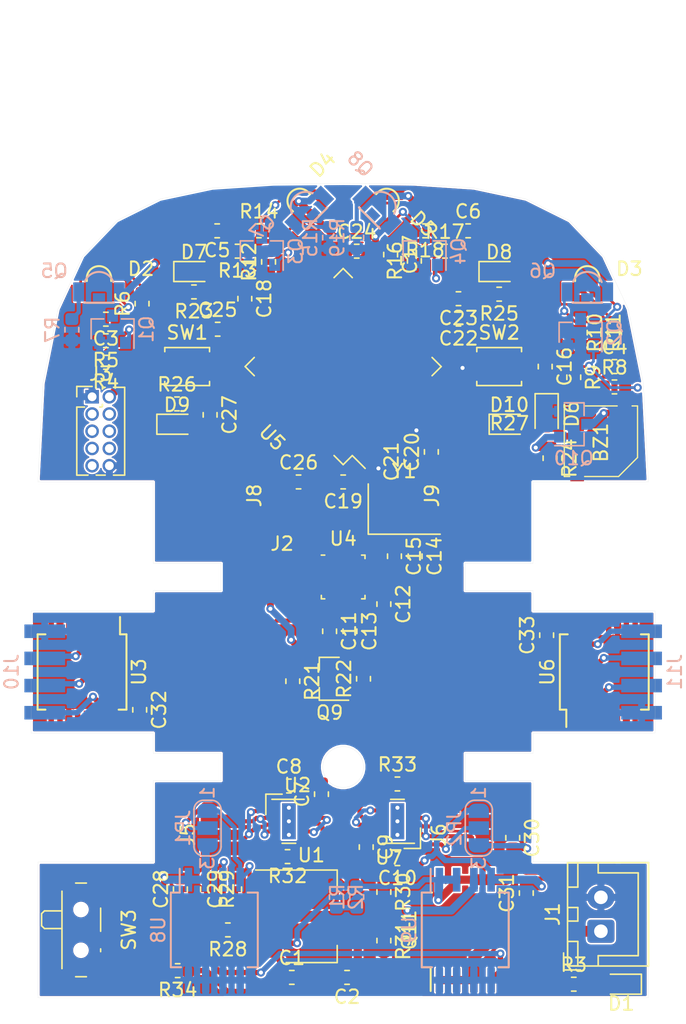
<source format=kicad_pcb>
(kicad_pcb (version 20171130) (host pcbnew "(5.1.5)-3")
  (layers (0 F.Cu signal) (31 B.Cu signal) (34 B.Paste user) (35 F.Paste user) (36 B.SilkS user) (37 F.SilkS user) (38 B.Mask user) (39 F.Mask user) (44 Edge.Cuts user))
  (net 0 "")
  (net 1 "Net-(BZ1-Pad2)")
  (net 2 +3V3)
  (net 3 GND)
  (net 4 VBUS)
  (net 5 /V_MOTOR_L)
  (net 6 /V_MOTOR_R)
  (net 7 "Net-(C13-Pad1)")
  (net 8 /OSC_OUT)
  (net 9 /OSC_IN)
  (net 10 /BUTTON_1)
  (net 11 "Net-(C17-Pad2)")
  (net 12 "Net-(C18-Pad2)")
  (net 13 /BUTTON_2)
  (net 14 "Net-(C29-Pad2)")
  (net 15 "Net-(C31-Pad2)")
  (net 16 "Net-(D1-Pad2)")
  (net 17 "Net-(D2-Pad2)")
  (net 18 "Net-(D2-Pad1)")
  (net 19 "Net-(D3-Pad2)")
  (net 20 "Net-(D3-Pad1)")
  (net 21 "Net-(D4-Pad2)")
  (net 22 "Net-(D4-Pad1)")
  (net 23 "Net-(D5-Pad2)")
  (net 24 "Net-(D5-Pad1)")
  (net 25 "Net-(D7-Pad2)")
  (net 26 "Net-(D8-Pad2)")
  (net 27 "Net-(D9-Pad2)")
  (net 28 "Net-(D10-Pad2)")
  (net 29 "Net-(J1-Pad1)")
  (net 30 /FAN_MOTOR_2)
  (net 31 /SWDIO)
  (net 32 /SWCLK)
  (net 33 /SERIAL_RX)
  (net 34 /SERIAL_TX)
  (net 35 /L_MOTOR_B)
  (net 36 /L_MOTOR_A)
  (net 37 /R_MOTOR_B)
  (net 38 /R_MOTOR_A)
  (net 39 /I2C_SCL)
  (net 40 /I2C_SDA)
  (net 41 /L_ENCODER_A)
  (net 42 /L_ENCODER_B)
  (net 43 /R_ENCODER_A)
  (net 44 /R_ENCODER_B)
  (net 45 /L_DTEST1_A)
  (net 46 /L_DTEST2_B)
  (net 47 /R_DTEST1_A)
  (net 48 /R_DTEST2_B)
  (net 49 "Net-(Q1-Pad1)")
  (net 50 "Net-(Q2-Pad1)")
  (net 51 "Net-(Q3-Pad1)")
  (net 52 "Net-(Q4-Pad1)")
  (net 53 /RX_FRONT_L)
  (net 54 /RX_FRONT_R)
  (net 55 /RX_SIDE_L)
  (net 56 /RX_SIDE_R)
  (net 57 "Net-(Q9-Pad1)")
  (net 58 "Net-(Q10-Pad1)")
  (net 59 "Net-(Q11-Pad4)")
  (net 60 /BAT_MEAS)
  (net 61 /TX_FRONT_L)
  (net 62 /TX_FRONT_R)
  (net 63 /TX_SIDE_L)
  (net 64 /TX_SIDE_R)
  (net 65 /SUCTION_PWM)
  (net 66 /LED_1)
  (net 67 /BUZZER)
  (net 68 /LED_2)
  (net 69 /LED_3)
  (net 70 /LED_4)
  (net 71 "Net-(R28-Pad2)")
  (net 72 "Net-(R30-Pad2)")
  (net 73 /L_MOTOR_PWM)
  (net 74 /R_MOTOR_PWM)
  (net 75 "Net-(R34-Pad2)")
  (net 76 /L_MOTOR_DIR)
  (net 77 "Net-(U3-Pad12)")
  (net 78 "Net-(U3-Pad10)")
  (net 79 "Net-(U3-Pad9)")
  (net 80 "Net-(U3-Pad8)")
  (net 81 "Net-(U3-Pad6)")
  (net 82 "Net-(U3-Pad2)")
  (net 83 "Net-(U3-Pad1)")
  (net 84 /IMU_MOSI)
  (net 85 /IMU_SCK)
  (net 86 /IMU_CS)
  (net 87 "Net-(U4-Pad21)")
  (net 88 /IMU_INT)
  (net 89 /IMU_FSYNC)
  (net 90 /IMU_MISO)
  (net 91 "Net-(U4-Pad7)")
  (net 92 "Net-(U5-Pad55)")
  (net 93 "Net-(U5-Pad54)")
  (net 94 "Net-(U5-Pad45)")
  (net 95 "Net-(U5-Pad44)")
  (net 96 "Net-(U5-Pad41)")
  (net 97 /R_MOTOR_DIR)
  (net 98 "Net-(U5-Pad34)")
  (net 99 "Net-(U5-Pad28)")
  (net 100 "Net-(U5-Pad27)")
  (net 101 "Net-(U5-Pad26)")
  (net 102 "Net-(U5-Pad25)")
  (net 103 "Net-(U5-Pad7)")
  (net 104 "Net-(U5-Pad4)")
  (net 105 "Net-(U5-Pad3)")
  (net 106 "Net-(U6-Pad12)")
  (net 107 "Net-(U6-Pad10)")
  (net 108 "Net-(U6-Pad9)")
  (net 109 "Net-(U6-Pad8)")
  (net 110 "Net-(U6-Pad6)")
  (net 111 "Net-(U6-Pad2)")
  (net 112 "Net-(U6-Pad1)")
  (module Ratibroombroom:Pad_SMD_4P_1x3mm (layer B.Cu) (at 167 98 90)
    (fp_text reference J11 (at 0 2.45 -90) (layer B.SilkS) (effects (justify mirror)))
    (fp_text value Conn_01x04_Male)
    (pad 4 smd rect (at 3 0 90) (size 1 3) (layers B.Cu B.Mask) (net 2 +3V3))
    (pad 3 smd rect (at 1 0 90) (size 1 3) (layers B.Cu B.Mask) (net 47 /R_DTEST1_A))
    (pad 2 smd rect (at -1 0 90) (size 1 3) (layers B.Cu B.Mask) (net 48 /R_DTEST2_B))
    (pad 1 smd rect (at -3 0 90) (size 1 3) (layers B.Cu B.Mask) (net 3 GND))
  )
  (module Ratibroombroom:Pad_SMD_4P_1x3mm (layer B.Cu) (at 123 98 270)
    (fp_text reference J10 (at 0 2.45 270) (layer B.SilkS) (effects (justify mirror)))
    (fp_text value Conn_01x04_Male)
    (pad 4 smd rect (at 3 0 270) (size 1 3) (layers B.Cu B.Mask) (net 2 +3V3))
    (pad 3 smd rect (at 1 0 270) (size 1 3) (layers B.Cu B.Mask) (net 45 /L_DTEST1_A))
    (pad 2 smd rect (at -1 0 270) (size 1 3) (layers B.Cu B.Mask) (net 46 /L_DTEST2_B))
    (pad 1 smd rect (at -3 0 270) (size 1 3) (layers B.Cu B.Mask) (net 3 GND))
  )
  (module Connector_PinHeader_1.27mm:PinHeader_2x05_P1.27mm_Vertical (layer F.Cu) (at 126.492 77.724)
    (fp_text reference J3 (at 0.635 -1.695) (layer F.SilkS))
    (fp_text value Conn_01x10_Male)
    (pad 10 thru_hole oval (at 1.27 5.08) (size 1 1) (drill 0.65) (layers *.Cu *.Mask) (net 3 GND))
    (pad 9 thru_hole oval (at 0 5.08) (size 1 1) (drill 0.65) (layers *.Cu *.Mask) (net 2 +3V3))
    (pad 8 thru_hole oval (at 1.27 3.81) (size 1 1) (drill 0.65) (layers *.Cu *.Mask) (net 33 /SERIAL_RX))
    (pad 7 thru_hole oval (at 0 3.81) (size 1 1) (drill 0.65) (layers *.Cu *.Mask) (net 34 /SERIAL_TX))
    (pad 6 thru_hole oval (at 1.27 2.54) (size 1 1) (drill 0.65) (layers *.Cu *.Mask) (net 31 /SWDIO))
    (pad 5 thru_hole oval (at 0 2.54) (size 1 1) (drill 0.65) (layers *.Cu *.Mask) (net 32 /SWCLK))
    (pad 4 thru_hole oval (at 1.27 1.27) (size 1 1) (drill 0.65) (layers *.Cu *.Mask) (net 40 /I2C_SDA))
    (pad 3 thru_hole oval (at 0 1.27) (size 1 1) (drill 0.65) (layers *.Cu *.Mask) (net 39 /I2C_SCL))
    (pad 2 thru_hole oval (at 1.27 0) (size 1 1) (drill 0.65) (layers *.Cu *.Mask) (net 2 +3V3))
    (pad 1 thru_hole rect (at 0 0) (size 1 1) (drill 0.65) (layers *.Cu *.Mask) (net 3 GND))
  )
  (module Crystal:Crystal_SMD_5032-4Pin_5.0x3.2mm (layer F.Cu) (at 149.5 86)
    (fp_text reference Y1 (at 0 -2.8) (layer F.SilkS))
    (fp_text value 8MHZ)
    (pad 4 smd rect (at -1.65 -1) (size 1.6 1.3) (layers F.Cu F.Paste F.Mask) (net 3 GND))
    (pad 3 smd rect (at 1.65 -1) (size 1.6 1.3) (layers F.Cu F.Paste F.Mask) (net 8 /OSC_OUT))
    (pad 2 smd rect (at 1.65 1) (size 1.6 1.3) (layers F.Cu F.Paste F.Mask) (net 3 GND))
    (pad 1 smd rect (at -1.65 1) (size 1.6 1.3) (layers F.Cu F.Paste F.Mask) (net 9 /OSC_IN))
  )
  (module Package_SO:SO-8_5.3x6.2mm_P1.27mm (layer B.Cu) (at 154 117 270)
    (fp_text reference U9 (at 0 4.13 270) (layer B.SilkS) (effects (justify mirror)))
    (fp_text value L6932D1.2TR)
    (pad 8 smd rect (at 3.7 1.905 270) (size 1.75 0.55) (layers B.Cu B.Paste B.Mask) (net 3 GND))
    (pad 7 smd rect (at 3.7 0.635 270) (size 1.75 0.55) (layers B.Cu B.Paste B.Mask) (net 3 GND))
    (pad 6 smd rect (at 3.7 -0.635 270) (size 1.75 0.55) (layers B.Cu B.Paste B.Mask) (net 3 GND))
    (pad 5 smd rect (at 3.7 -1.905 270) (size 1.75 0.55) (layers B.Cu B.Paste B.Mask) (net 3 GND))
    (pad 4 smd rect (at -3.7 -1.905 270) (size 1.75 0.55) (layers B.Cu B.Paste B.Mask) (net 15 "Net-(C31-Pad2)"))
    (pad 3 smd rect (at -3.7 -0.635 270) (size 1.75 0.55) (layers B.Cu B.Paste B.Mask) (net 72 "Net-(R30-Pad2)"))
    (pad 2 smd rect (at -3.7 0.635 270) (size 1.75 0.55) (layers B.Cu B.Paste B.Mask) (net 4 VBUS))
    (pad 1 smd rect (at -3.7 1.905 270) (size 1.75 0.55) (layers B.Cu B.Paste B.Mask) (net 4 VBUS))
  )
  (module Package_SO:SO-8_5.3x6.2mm_P1.27mm (layer B.Cu) (at 135.5 117 270)
    (fp_text reference U8 (at 0 4.13 90) (layer B.SilkS) (effects (justify mirror)))
    (fp_text value L6932D1.2TR)
    (pad 8 smd rect (at 3.7 1.905 270) (size 1.75 0.55) (layers B.Cu B.Paste B.Mask) (net 3 GND))
    (pad 7 smd rect (at 3.7 0.635 270) (size 1.75 0.55) (layers B.Cu B.Paste B.Mask) (net 3 GND))
    (pad 6 smd rect (at 3.7 -0.635 270) (size 1.75 0.55) (layers B.Cu B.Paste B.Mask) (net 3 GND))
    (pad 5 smd rect (at 3.7 -1.905 270) (size 1.75 0.55) (layers B.Cu B.Paste B.Mask) (net 3 GND))
    (pad 4 smd rect (at -3.7 -1.905 270) (size 1.75 0.55) (layers B.Cu B.Paste B.Mask) (net 14 "Net-(C29-Pad2)"))
    (pad 3 smd rect (at -3.7 -0.635 270) (size 1.75 0.55) (layers B.Cu B.Paste B.Mask) (net 71 "Net-(R28-Pad2)"))
    (pad 2 smd rect (at -3.7 0.635 270) (size 1.75 0.55) (layers B.Cu B.Paste B.Mask) (net 4 VBUS))
    (pad 1 smd rect (at -3.7 1.905 270) (size 1.75 0.55) (layers B.Cu B.Paste B.Mask) (net 4 VBUS))
  )
  (module Package_SON:WSON-12-1EP_3x2mm_P0.5mm_EP1x2.65_ThermalVias (layer F.Cu) (at 149 109 180)
    (fp_text reference U7 (at 0.635 -2.667) (layer F.SilkS))
    (fp_text value DRV8835)
    (pad 13 smd rect (at 0 0 180) (size 1 2.65) (layers F.Cu F.Mask))
    (pad 13 smd rect (at 0 0 180) (size 1 2.65) (layers B.Cu))
    (pad 13 thru_hole circle (at 0 1 180) (size 0.6 0.6) (drill 0.3) (layers *.Cu))
    (pad 13 thru_hole circle (at 0 -1 270) (size 0.6 0.6) (drill 0.3) (layers *.Cu))
    (pad 13 thru_hole circle (at 0 0 180) (size 0.6 0.6) (drill 0.3) (layers *.Cu))
    (pad 12 smd rect (at 0.95 -1.25 180) (size 0.5 0.25) (layers F.Cu F.Paste F.Mask) (net 2 +3V3))
    (pad 11 smd rect (at 0.95 -0.75 180) (size 0.5 0.25) (layers F.Cu F.Paste F.Mask) (net 2 +3V3))
    (pad 10 smd rect (at 0.95 -0.25 180) (size 0.5 0.25) (layers F.Cu F.Paste F.Mask) (net 97 /R_MOTOR_DIR))
    (pad 9 smd rect (at 0.95 0.25 180) (size 0.5 0.25) (layers F.Cu F.Paste F.Mask) (net 74 /R_MOTOR_PWM))
    (pad 8 smd rect (at 0.95 0.75 180) (size 0.5 0.25) (layers F.Cu F.Paste F.Mask) (net 97 /R_MOTOR_DIR))
    (pad 7 smd rect (at 0.95 1.25 180) (size 0.5 0.25) (layers F.Cu F.Paste F.Mask) (net 74 /R_MOTOR_PWM))
    (pad 6 smd rect (at -0.95 1.25 180) (size 0.5 0.25) (layers F.Cu F.Paste F.Mask) (net 3 GND))
    (pad 5 smd rect (at -0.95 0.75 180) (size 0.5 0.25) (layers F.Cu F.Paste F.Mask) (net 37 /R_MOTOR_B))
    (pad 4 smd rect (at -0.95 0.25 180) (size 0.5 0.25) (layers F.Cu F.Paste F.Mask) (net 38 /R_MOTOR_A))
    (pad 3 smd rect (at -0.95 -0.25 180) (size 0.5 0.25) (layers F.Cu F.Paste F.Mask) (net 37 /R_MOTOR_B))
    (pad 2 smd rect (at -0.95 -0.75 180) (size 0.5 0.25) (layers F.Cu F.Paste F.Mask) (net 38 /R_MOTOR_A))
    (pad 1 smd rect (at -0.95 -1.25 180) (size 0.5 0.25) (layers F.Cu F.Paste F.Mask) (net 6 /V_MOTOR_R))
  )
  (module Package_SO:SSOP-16_5.3x6.2mm_P0.65mm (layer F.Cu) (at 164.25 98 90)
    (fp_text reference U6 (at 0 -4.2 90) (layer F.SilkS))
    (fp_text value AS5145B-HSST)
    (pad 16 smd rect (at 3.45 -2.275 90) (size 1.2 0.4) (layers F.Cu F.Paste F.Mask) (net 2 +3V3))
    (pad 15 smd rect (at 3.45 -1.625 90) (size 1.2 0.4) (layers F.Cu F.Paste F.Mask) (net 2 +3V3))
    (pad 14 smd rect (at 3.45 -0.975 90) (size 1.2 0.4) (layers F.Cu F.Paste F.Mask))
    (pad 13 smd rect (at 3.45 -0.325 90) (size 1.2 0.4) (layers F.Cu F.Paste F.Mask))
    (pad 12 smd rect (at 3.45 0.325 90) (size 1.2 0.4) (layers F.Cu F.Paste F.Mask) (net 106 "Net-(U6-Pad12)"))
    (pad 11 smd rect (at 3.45 0.975 90) (size 1.2 0.4) (layers F.Cu F.Paste F.Mask) (net 3 GND))
    (pad 10 smd rect (at 3.45 1.625 90) (size 1.2 0.4) (layers F.Cu F.Paste F.Mask) (net 107 "Net-(U6-Pad10)"))
    (pad 9 smd rect (at 3.45 2.275 90) (size 1.2 0.4) (layers F.Cu F.Paste F.Mask) (net 108 "Net-(U6-Pad9)"))
    (pad 8 smd rect (at -3.45 2.275 90) (size 1.2 0.4) (layers F.Cu F.Paste F.Mask) (net 109 "Net-(U6-Pad8)"))
    (pad 7 smd rect (at -3.45 1.625 90) (size 1.2 0.4) (layers F.Cu F.Paste F.Mask) (net 3 GND))
    (pad 6 smd rect (at -3.45 0.975 90) (size 1.2 0.4) (layers F.Cu F.Paste F.Mask) (net 110 "Net-(U6-Pad6)"))
    (pad 5 smd rect (at -3.45 0.325 90) (size 1.2 0.4) (layers F.Cu F.Paste F.Mask))
    (pad 4 smd rect (at -3.45 -0.325 90) (size 1.2 0.4) (layers F.Cu F.Paste F.Mask) (net 48 /R_DTEST2_B))
    (pad 3 smd rect (at -3.45 -0.975 90) (size 1.2 0.4) (layers F.Cu F.Paste F.Mask) (net 47 /R_DTEST1_A))
    (pad 2 smd rect (at -3.45 -1.625 90) (size 1.2 0.4) (layers F.Cu F.Paste F.Mask) (net 111 "Net-(U6-Pad2)"))
    (pad 1 smd rect (at -3.45 -2.275 90) (size 1.2 0.4) (layers F.Cu F.Paste F.Mask) (net 112 "Net-(U6-Pad1)"))
  )
  (module Package_QFP:LQFP-64_10x10mm_P0.5mm (layer F.Cu) (at 145 75.5 135)
    (fp_text reference U5 (at 0 -7.4 135) (layer F.SilkS))
    (fp_text value STM32F405RGTx)
    (pad 64 smd roundrect (at -3.749999 -5.675 135) (size 0.3 1.55) (layers F.Cu F.Paste F.Mask) (net 2 +3V3))
    (pad 63 smd roundrect (at -3.25 -5.675 135) (size 0.3 1.55) (layers F.Cu F.Paste F.Mask) (net 3 GND))
    (pad 62 smd roundrect (at -2.75 -5.675 135) (size 0.3 1.55) (layers F.Cu F.Paste F.Mask) (net 67 /BUZZER))
    (pad 61 smd roundrect (at -2.25 -5.675 135) (size 0.3 1.55) (layers F.Cu F.Paste F.Mask) (net 65 /SUCTION_PWM))
    (pad 60 smd roundrect (at -1.75 -5.675 135) (size 0.3 1.55) (layers F.Cu F.Paste F.Mask) (net 3 GND))
    (pad 59 smd roundrect (at -1.249999 -5.675 135) (size 0.3 1.55) (layers F.Cu F.Paste F.Mask) (net 43 /R_ENCODER_A))
    (pad 58 smd roundrect (at -0.75 -5.675 135) (size 0.3 1.55) (layers F.Cu F.Paste F.Mask) (net 44 /R_ENCODER_B))
    (pad 57 smd roundrect (at -0.25 -5.675 135) (size 0.3 1.55) (layers F.Cu F.Paste F.Mask) (net 42 /L_ENCODER_B))
    (pad 56 smd roundrect (at 0.25 -5.675 135) (size 0.3 1.55) (layers F.Cu F.Paste F.Mask) (net 41 /L_ENCODER_A))
    (pad 55 smd roundrect (at 0.75 -5.675 135) (size 0.3 1.55) (layers F.Cu F.Paste F.Mask) (net 92 "Net-(U5-Pad55)"))
    (pad 54 smd roundrect (at 1.249999 -5.675 135) (size 0.3 1.55) (layers F.Cu F.Paste F.Mask) (net 93 "Net-(U5-Pad54)"))
    (pad 53 smd roundrect (at 1.75 -5.675 135) (size 0.3 1.55) (layers F.Cu F.Paste F.Mask) (net 84 /IMU_MOSI))
    (pad 52 smd roundrect (at 2.25 -5.675 135) (size 0.3 1.55) (layers F.Cu F.Paste F.Mask) (net 90 /IMU_MISO))
    (pad 51 smd roundrect (at 2.75 -5.675 135) (size 0.3 1.55) (layers F.Cu F.Paste F.Mask) (net 85 /IMU_SCK))
    (pad 50 smd roundrect (at 3.25 -5.675 135) (size 0.3 1.55) (layers F.Cu F.Paste F.Mask) (net 86 /IMU_CS))
    (pad 49 smd roundrect (at 3.749999 -5.675 135) (size 0.3 1.55) (layers F.Cu F.Paste F.Mask) (net 32 /SWCLK))
    (pad 48 smd roundrect (at 5.675 -3.749999 135) (size 1.55 0.3) (layers F.Cu F.Paste F.Mask) (net 2 +3V3))
    (pad 47 smd roundrect (at 5.675 -3.25 135) (size 1.55 0.3) (layers F.Cu F.Paste F.Mask) (net 12 "Net-(C18-Pad2)"))
    (pad 46 smd roundrect (at 5.675 -2.75 135) (size 1.55 0.3) (layers F.Cu F.Paste F.Mask) (net 31 /SWDIO))
    (pad 45 smd roundrect (at 5.675 -2.25 135) (size 1.55 0.3) (layers F.Cu F.Paste F.Mask) (net 94 "Net-(U5-Pad45)"))
    (pad 44 smd roundrect (at 5.675 -1.75 135) (size 1.55 0.3) (layers F.Cu F.Paste F.Mask) (net 95 "Net-(U5-Pad44)"))
    (pad 43 smd roundrect (at 5.675 -1.249999 135) (size 1.55 0.3) (layers F.Cu F.Paste F.Mask) (net 33 /SERIAL_RX))
    (pad 42 smd roundrect (at 5.675 -0.75 135) (size 1.55 0.3) (layers F.Cu F.Paste F.Mask) (net 34 /SERIAL_TX))
    (pad 41 smd roundrect (at 5.675 -0.25 135) (size 1.55 0.3) (layers F.Cu F.Paste F.Mask) (net 96 "Net-(U5-Pad41)"))
    (pad 40 smd roundrect (at 5.675 0.25 135) (size 1.55 0.3) (layers F.Cu F.Paste F.Mask) (net 73 /L_MOTOR_PWM))
    (pad 39 smd roundrect (at 5.675 0.75 135) (size 1.55 0.3) (layers F.Cu F.Paste F.Mask) (net 76 /L_MOTOR_DIR))
    (pad 38 smd roundrect (at 5.675 1.249999 135) (size 1.55 0.3) (layers F.Cu F.Paste F.Mask) (net 74 /R_MOTOR_PWM))
    (pad 37 smd roundrect (at 5.675 1.75 135) (size 1.55 0.3) (layers F.Cu F.Paste F.Mask) (net 97 /R_MOTOR_DIR))
    (pad 36 smd roundrect (at 5.675 2.25 135) (size 1.55 0.3) (layers F.Cu F.Paste F.Mask) (net 88 /IMU_INT))
    (pad 35 smd roundrect (at 5.675 2.75 135) (size 1.55 0.3) (layers F.Cu F.Paste F.Mask) (net 89 /IMU_FSYNC))
    (pad 34 smd roundrect (at 5.675 3.25 135) (size 1.55 0.3) (layers F.Cu F.Paste F.Mask) (net 98 "Net-(U5-Pad34)"))
    (pad 33 smd roundrect (at 5.675 3.749999 135) (size 1.55 0.3) (layers F.Cu F.Paste F.Mask) (net 13 /BUTTON_2))
    (pad 32 smd roundrect (at 3.749999 5.675 135) (size 0.3 1.55) (layers F.Cu F.Paste F.Mask) (net 2 +3V3))
    (pad 31 smd roundrect (at 3.25 5.675 135) (size 0.3 1.55) (layers F.Cu F.Paste F.Mask) (net 11 "Net-(C17-Pad2)"))
    (pad 30 smd roundrect (at 2.75 5.675 135) (size 0.3 1.55) (layers F.Cu F.Paste F.Mask) (net 40 /I2C_SDA))
    (pad 29 smd roundrect (at 2.25 5.675 135) (size 0.3 1.55) (layers F.Cu F.Paste F.Mask) (net 39 /I2C_SCL))
    (pad 28 smd roundrect (at 1.75 5.675 135) (size 0.3 1.55) (layers F.Cu F.Paste F.Mask) (net 99 "Net-(U5-Pad28)"))
    (pad 27 smd roundrect (at 1.249999 5.675 135) (size 0.3 1.55) (layers F.Cu F.Paste F.Mask) (net 100 "Net-(U5-Pad27)"))
    (pad 26 smd roundrect (at 0.75 5.675 135) (size 0.3 1.55) (layers F.Cu F.Paste F.Mask) (net 101 "Net-(U5-Pad26)"))
    (pad 25 smd roundrect (at 0.25 5.675 135) (size 0.3 1.55) (layers F.Cu F.Paste F.Mask) (net 102 "Net-(U5-Pad25)"))
    (pad 24 smd roundrect (at -0.25 5.675 135) (size 0.3 1.55) (layers F.Cu F.Paste F.Mask) (net 60 /BAT_MEAS))
    (pad 23 smd roundrect (at -0.75 5.675 135) (size 0.3 1.55) (layers F.Cu F.Paste F.Mask) (net 61 /TX_FRONT_L))
    (pad 22 smd roundrect (at -1.249999 5.675 135) (size 0.3 1.55) (layers F.Cu F.Paste F.Mask) (net 63 /TX_SIDE_L))
    (pad 21 smd roundrect (at -1.75 5.675 135) (size 0.3 1.55) (layers F.Cu F.Paste F.Mask) (net 64 /TX_SIDE_R))
    (pad 20 smd roundrect (at -2.25 5.675 135) (size 0.3 1.55) (layers F.Cu F.Paste F.Mask) (net 62 /TX_FRONT_R))
    (pad 19 smd roundrect (at -2.75 5.675 135) (size 0.3 1.55) (layers F.Cu F.Paste F.Mask) (net 2 +3V3))
    (pad 18 smd roundrect (at -3.25 5.675 135) (size 0.3 1.55) (layers F.Cu F.Paste F.Mask) (net 3 GND))
    (pad 17 smd roundrect (at -3.749999 5.675 135) (size 0.3 1.55) (layers F.Cu F.Paste F.Mask) (net 70 /LED_4))
    (pad 16 smd roundrect (at -5.675 3.749999 135) (size 1.55 0.3) (layers F.Cu F.Paste F.Mask) (net 69 /LED_3))
    (pad 15 smd roundrect (at -5.675 3.25 135) (size 1.55 0.3) (layers F.Cu F.Paste F.Mask) (net 68 /LED_2))
    (pad 14 smd roundrect (at -5.675 2.75 135) (size 1.55 0.3) (layers F.Cu F.Paste F.Mask) (net 66 /LED_1))
    (pad 13 smd roundrect (at -5.675 2.25 135) (size 1.55 0.3) (layers F.Cu F.Paste F.Mask) (net 2 +3V3))
    (pad 12 smd roundrect (at -5.675 1.75 135) (size 1.55 0.3) (layers F.Cu F.Paste F.Mask) (net 3 GND))
    (pad 11 smd roundrect (at -5.675 1.249999 135) (size 1.55 0.3) (layers F.Cu F.Paste F.Mask) (net 53 /RX_FRONT_L))
    (pad 10 smd roundrect (at -5.675 0.75 135) (size 1.55 0.3) (layers F.Cu F.Paste F.Mask) (net 55 /RX_SIDE_L))
    (pad 9 smd roundrect (at -5.675 0.25 135) (size 1.55 0.3) (layers F.Cu F.Paste F.Mask) (net 56 /RX_SIDE_R))
    (pad 8 smd roundrect (at -5.675 -0.25 135) (size 1.55 0.3) (layers F.Cu F.Paste F.Mask) (net 54 /RX_FRONT_R))
    (pad 7 smd roundrect (at -5.675 -0.75 135) (size 1.55 0.3) (layers F.Cu F.Paste F.Mask) (net 103 "Net-(U5-Pad7)"))
    (pad 6 smd roundrect (at -5.675 -1.249999 135) (size 1.55 0.3) (layers F.Cu F.Paste F.Mask) (net 8 /OSC_OUT))
    (pad 5 smd roundrect (at -5.675 -1.75 135) (size 1.55 0.3) (layers F.Cu F.Paste F.Mask) (net 9 /OSC_IN))
    (pad 4 smd roundrect (at -5.675 -2.25 135) (size 1.55 0.3) (layers F.Cu F.Paste F.Mask) (net 104 "Net-(U5-Pad4)"))
    (pad 3 smd roundrect (at -5.675 -2.75 135) (size 1.55 0.3) (layers F.Cu F.Paste F.Mask) (net 105 "Net-(U5-Pad3)"))
    (pad 2 smd roundrect (at -5.675 -3.25 135) (size 1.55 0.3) (layers F.Cu F.Paste F.Mask) (net 10 /BUTTON_1))
    (pad 1 smd roundrect (at -5.675 -3.749999 135) (size 1.55 0.3) (layers F.Cu F.Paste F.Mask) (net 2 +3V3))
  )
  (module Package_DFN_QFN:QFN-24-1EP_3x3mm_P0.4mm_EP1.75x1.6mm (layer F.Cu) (at 145 91)
    (fp_text reference U4 (at 0 -2.82) (layer F.SilkS))
    (fp_text value MPU-9250)
    (pad 24 smd custom (at -1 -1.5) (size 0.115147 0.115147) (layers F.Cu F.Paste F.Mask) (net 84 /IMU_MOSI) (options (clearance outline) (anchor circle)) (primitives (gr_poly (pts (xy -0.06 -0.335) (xy 0.06 -0.335) (xy 0.06 0.335) (xy 0.036569 0.335) (xy -0.06 0.238431)) (width 0.08))))
    (pad 23 smd roundrect (at -0.6 -1.5) (size 0.2 0.75) (layers F.Cu F.Paste F.Mask) (net 85 /IMU_SCK))
    (pad 22 smd roundrect (at -0.2 -1.5) (size 0.2 0.75) (layers F.Cu F.Paste F.Mask) (net 86 /IMU_CS))
    (pad 21 smd roundrect (at 0.2 -1.5) (size 0.2 0.75) (layers F.Cu F.Paste F.Mask) (net 87 "Net-(U4-Pad21)"))
    (pad 20 smd roundrect (at 0.6 -1.5) (size 0.2 0.75) (layers F.Cu F.Paste F.Mask) (net 3 GND))
    (pad 19 smd custom (at 1 -1.5) (size 0.115147 0.115147) (layers F.Cu F.Paste F.Mask) (options (clearance outline) (anchor circle)) (primitives (gr_poly (pts (xy -0.06 -0.335) (xy 0.06 -0.335) (xy 0.06 0.238431) (xy -0.036569 0.335) (xy -0.06 0.335)) (width 0.08))))
    (pad 18 smd custom (at 1.5 -1) (size 0.115147 0.115147) (layers F.Cu F.Paste F.Mask) (net 3 GND) (options (clearance outline) (anchor circle)) (primitives (gr_poly (pts (xy -0.335 0.036569) (xy -0.238431 -0.06) (xy 0.335 -0.06) (xy 0.335 0.06) (xy -0.335 0.06)) (width 0.08))))
    (pad 17 smd roundrect (at 1.5 -0.6) (size 0.75 0.2) (layers F.Cu F.Paste F.Mask))
    (pad 16 smd roundrect (at 1.5 -0.2) (size 0.75 0.2) (layers F.Cu F.Paste F.Mask))
    (pad 15 smd roundrect (at 1.5 0.2) (size 0.75 0.2) (layers F.Cu F.Paste F.Mask))
    (pad 14 smd roundrect (at 1.5 0.6) (size 0.75 0.2) (layers F.Cu F.Paste F.Mask))
    (pad 13 smd custom (at 1.5 1) (size 0.115147 0.115147) (layers F.Cu F.Paste F.Mask) (net 2 +3V3) (options (clearance outline) (anchor circle)) (primitives (gr_poly (pts (xy -0.335 -0.06) (xy 0.335 -0.06) (xy 0.335 0.06) (xy -0.238431 0.06) (xy -0.335 -0.036569)) (width 0.08))))
    (pad 12 smd custom (at 1 1.5) (size 0.115147 0.115147) (layers F.Cu F.Paste F.Mask) (net 88 /IMU_INT) (options (clearance outline) (anchor circle)) (primitives (gr_poly (pts (xy -0.06 -0.335) (xy -0.036569 -0.335) (xy 0.06 -0.238431) (xy 0.06 0.335) (xy -0.06 0.335)) (width 0.08))))
    (pad 11 smd roundrect (at 0.6 1.5) (size 0.2 0.75) (layers F.Cu F.Paste F.Mask) (net 89 /IMU_FSYNC))
    (pad 10 smd roundrect (at 0.2 1.5) (size 0.2 0.75) (layers F.Cu F.Paste F.Mask) (net 7 "Net-(C13-Pad1)"))
    (pad 9 smd roundrect (at -0.2 1.5) (size 0.2 0.75) (layers F.Cu F.Paste F.Mask) (net 90 /IMU_MISO))
    (pad 8 smd roundrect (at -0.6 1.5) (size 0.2 0.75) (layers F.Cu F.Paste F.Mask) (net 2 +3V3))
    (pad 7 smd custom (at -1 1.5) (size 0.115147 0.115147) (layers F.Cu F.Paste F.Mask) (net 91 "Net-(U4-Pad7)") (options (clearance outline) (anchor circle)) (primitives (gr_poly (pts (xy -0.06 -0.238431) (xy 0.036569 -0.335) (xy 0.06 -0.335) (xy 0.06 0.335) (xy -0.06 0.335)) (width 0.08))))
    (pad 6 smd custom (at -1.5 1) (size 0.115147 0.115147) (layers F.Cu F.Paste F.Mask) (options (clearance outline) (anchor circle)) (primitives (gr_poly (pts (xy -0.335 -0.06) (xy 0.335 -0.06) (xy 0.335 -0.036569) (xy 0.238431 0.06) (xy -0.335 0.06)) (width 0.08))))
    (pad 5 smd roundrect (at -1.5 0.6) (size 0.75 0.2) (layers F.Cu F.Paste F.Mask))
    (pad 4 smd roundrect (at -1.5 0.2) (size 0.75 0.2) (layers F.Cu F.Paste F.Mask))
    (pad 3 smd roundrect (at -1.5 -0.2) (size 0.75 0.2) (layers F.Cu F.Paste F.Mask))
    (pad 2 smd roundrect (at -1.5 -0.6) (size 0.75 0.2) (layers F.Cu F.Paste F.Mask))
    (pad 1 smd custom (at -1.5 -1) (size 0.115147 0.115147) (layers F.Cu F.Paste F.Mask) (net 2 +3V3) (options (clearance outline) (anchor circle)) (primitives (gr_poly (pts (xy -0.335 -0.06) (xy 0.238431 -0.06) (xy 0.335 0.036569) (xy 0.335 0.06) (xy -0.335 0.06)) (width 0.08))))
    (pad 25 smd roundrect (at 0 0) (size 1.75 1.6) (layers F.Cu F.Mask) (roundrect_rratio 0.15625))
  )
  (module Package_SO:SSOP-16_5.3x6.2mm_P0.65mm (layer F.Cu) (at 125.75 98 270)
    (fp_text reference U3 (at 0 -4.2 90) (layer F.SilkS))
    (fp_text value AS5145B-HSST)
    (pad 16 smd rect (at 3.45 -2.275 270) (size 1.2 0.4) (layers F.Cu F.Paste F.Mask) (net 2 +3V3))
    (pad 15 smd rect (at 3.45 -1.625 270) (size 1.2 0.4) (layers F.Cu F.Paste F.Mask) (net 2 +3V3))
    (pad 14 smd rect (at 3.45 -0.975 270) (size 1.2 0.4) (layers F.Cu F.Paste F.Mask))
    (pad 13 smd rect (at 3.45 -0.325 270) (size 1.2 0.4) (layers F.Cu F.Paste F.Mask))
    (pad 12 smd rect (at 3.45 0.325 270) (size 1.2 0.4) (layers F.Cu F.Paste F.Mask) (net 77 "Net-(U3-Pad12)"))
    (pad 11 smd rect (at 3.45 0.975 270) (size 1.2 0.4) (layers F.Cu F.Paste F.Mask) (net 3 GND))
    (pad 10 smd rect (at 3.45 1.625 270) (size 1.2 0.4) (layers F.Cu F.Paste F.Mask) (net 78 "Net-(U3-Pad10)"))
    (pad 9 smd rect (at 3.45 2.275 270) (size 1.2 0.4) (layers F.Cu F.Paste F.Mask) (net 79 "Net-(U3-Pad9)"))
    (pad 8 smd rect (at -3.45 2.275 270) (size 1.2 0.4) (layers F.Cu F.Paste F.Mask) (net 80 "Net-(U3-Pad8)"))
    (pad 7 smd rect (at -3.45 1.625 270) (size 1.2 0.4) (layers F.Cu F.Paste F.Mask) (net 3 GND))
    (pad 6 smd rect (at -3.45 0.975 270) (size 1.2 0.4) (layers F.Cu F.Paste F.Mask) (net 81 "Net-(U3-Pad6)"))
    (pad 5 smd rect (at -3.45 0.325 270) (size 1.2 0.4) (layers F.Cu F.Paste F.Mask))
    (pad 4 smd rect (at -3.45 -0.325 270) (size 1.2 0.4) (layers F.Cu F.Paste F.Mask) (net 46 /L_DTEST2_B))
    (pad 3 smd rect (at -3.45 -0.975 270) (size 1.2 0.4) (layers F.Cu F.Paste F.Mask) (net 45 /L_DTEST1_A))
    (pad 2 smd rect (at -3.45 -1.625 270) (size 1.2 0.4) (layers F.Cu F.Paste F.Mask) (net 82 "Net-(U3-Pad2)"))
    (pad 1 smd rect (at -3.45 -2.275 270) (size 1.2 0.4) (layers F.Cu F.Paste F.Mask) (net 83 "Net-(U3-Pad1)"))
  )
  (module Package_SON:WSON-12-1EP_3x2mm_P0.5mm_EP1x2.65_ThermalVias (layer F.Cu) (at 141 109)
    (fp_text reference U2 (at 0.635 -2.667) (layer F.SilkS))
    (fp_text value DRV8835)
    (pad 13 smd rect (at 0 0) (size 1 2.65) (layers F.Cu F.Mask))
    (pad 13 smd rect (at 0 0) (size 1 2.65) (layers B.Cu))
    (pad 13 thru_hole circle (at 0 1) (size 0.6 0.6) (drill 0.3) (layers *.Cu))
    (pad 13 thru_hole circle (at 0 -1 90) (size 0.6 0.6) (drill 0.3) (layers *.Cu))
    (pad 13 thru_hole circle (at 0 0) (size 0.6 0.6) (drill 0.3) (layers *.Cu))
    (pad 12 smd rect (at 0.95 -1.25) (size 0.5 0.25) (layers F.Cu F.Paste F.Mask) (net 2 +3V3))
    (pad 11 smd rect (at 0.95 -0.75) (size 0.5 0.25) (layers F.Cu F.Paste F.Mask) (net 2 +3V3))
    (pad 10 smd rect (at 0.95 -0.25) (size 0.5 0.25) (layers F.Cu F.Paste F.Mask) (net 76 /L_MOTOR_DIR))
    (pad 9 smd rect (at 0.95 0.25) (size 0.5 0.25) (layers F.Cu F.Paste F.Mask) (net 73 /L_MOTOR_PWM))
    (pad 8 smd rect (at 0.95 0.75) (size 0.5 0.25) (layers F.Cu F.Paste F.Mask) (net 76 /L_MOTOR_DIR))
    (pad 7 smd rect (at 0.95 1.25) (size 0.5 0.25) (layers F.Cu F.Paste F.Mask) (net 73 /L_MOTOR_PWM))
    (pad 6 smd rect (at -0.95 1.25) (size 0.5 0.25) (layers F.Cu F.Paste F.Mask) (net 3 GND))
    (pad 5 smd rect (at -0.95 0.75) (size 0.5 0.25) (layers F.Cu F.Paste F.Mask) (net 35 /L_MOTOR_B))
    (pad 4 smd rect (at -0.95 0.25) (size 0.5 0.25) (layers F.Cu F.Paste F.Mask) (net 36 /L_MOTOR_A))
    (pad 3 smd rect (at -0.95 -0.25) (size 0.5 0.25) (layers F.Cu F.Paste F.Mask) (net 35 /L_MOTOR_B))
    (pad 2 smd rect (at -0.95 -0.75) (size 0.5 0.25) (layers F.Cu F.Paste F.Mask) (net 36 /L_MOTOR_A))
    (pad 1 smd rect (at -0.95 -1.25) (size 0.5 0.25) (layers F.Cu F.Paste F.Mask) (net 5 /V_MOTOR_L))
  )
  (module Package_TO_SOT_SMD:SOT-223-3_TabPin2 (layer F.Cu) (at 142.65 116)
    (fp_text reference U1 (at 0 -4.5) (layer F.SilkS))
    (fp_text value AZ1117-3.3)
    (pad 1 smd rect (at -3.15 -2.3) (size 2 1.5) (layers F.Cu F.Paste F.Mask) (net 3 GND))
    (pad 3 smd rect (at -3.15 2.3) (size 2 1.5) (layers F.Cu F.Paste F.Mask) (net 4 VBUS))
    (pad 2 smd rect (at -3.15 0) (size 2 1.5) (layers F.Cu F.Paste F.Mask) (net 2 +3V3))
    (pad 2 smd rect (at 3.15 0) (size 2 3.8) (layers F.Cu F.Paste F.Mask) (net 2 +3V3))
  )
  (module Button_Switch_SMD:SW_SPDT_PCM12 (layer F.Cu) (at 126 117 270)
    (fp_text reference SW3 (at 0 -3.2 90) (layer F.SilkS))
    (fp_text value PCM12)
    (pad "" smd rect (at -3.65 -0.78 270) (size 1 0.8) (layers F.Cu F.Paste F.Mask))
    (pad "" smd rect (at 3.65 -0.78 270) (size 1 0.8) (layers F.Cu F.Paste F.Mask))
    (pad "" smd rect (at 3.65 1.43 270) (size 1 0.8) (layers F.Cu F.Paste F.Mask))
    (pad "" smd rect (at -3.65 1.43 270) (size 1 0.8) (layers F.Cu F.Paste F.Mask))
    (pad 3 smd rect (at 2.25 -1.43 270) (size 0.7 1.5) (layers F.Cu F.Paste F.Mask) (net 75 "Net-(R34-Pad2)"))
    (pad 2 smd rect (at 0.75 -1.43 270) (size 0.7 1.5) (layers F.Cu F.Paste F.Mask) (net 59 "Net-(Q11-Pad4)"))
    (pad 1 smd rect (at -2.25 -1.43 270) (size 0.7 1.5) (layers F.Cu F.Paste F.Mask) (net 3 GND))
    (pad "" np_thru_hole circle (at 1.5 0.33 270) (size 0.9 0.9) (drill 0.9) (layers *.Cu *.Mask))
    (pad "" np_thru_hole circle (at -1.5 0.33 270) (size 0.9 0.9) (drill 0.9) (layers *.Cu *.Mask))
  )
  (module Button_Switch_SMD:SW_SPST_B3U-1000P (layer F.Cu) (at 156.5 75.5)
    (fp_text reference SW2 (at 0 -2.5) (layer F.SilkS))
    (fp_text value B3U)
    (pad 2 smd rect (at 1.7 0) (size 0.9 1.7) (layers F.Cu F.Paste F.Mask) (net 3 GND))
    (pad 1 smd rect (at -1.7 0) (size 0.9 1.7) (layers F.Cu F.Paste F.Mask) (net 10 /BUTTON_1))
  )
  (module Button_Switch_SMD:SW_SPST_B3U-1000P (layer F.Cu) (at 133.5 75.5)
    (fp_text reference SW1 (at 0 -2.5) (layer F.SilkS))
    (fp_text value B3U)
    (pad 2 smd rect (at 1.7 0) (size 0.9 1.7) (layers F.Cu F.Paste F.Mask) (net 3 GND))
    (pad 1 smd rect (at -1.7 0) (size 0.9 1.7) (layers F.Cu F.Paste F.Mask) (net 13 /BUTTON_2))
  )
  (module Resistor_SMD:R_0603_1608Metric (layer F.Cu) (at 132.8 120 180)
    (fp_text reference R34 (at 0 -1.43 180) (layer F.SilkS))
    (fp_text value 10k)
    (pad 2 smd roundrect (at 0.7875 0 180) (size 0.875 0.95) (layers F.Cu F.Paste F.Mask) (net 75 "Net-(R34-Pad2)"))
    (pad 1 smd roundrect (at -0.7875 0 180) (size 0.875 0.95) (layers F.Cu F.Paste F.Mask) (net 29 "Net-(J1-Pad1)"))
  )
  (module Resistor_SMD:R_0603_1608Metric (layer F.Cu) (at 149 106.25)
    (fp_text reference R33 (at 0 -1.43) (layer F.SilkS))
    (fp_text value 10k)
    (pad 2 smd roundrect (at 0.7875 0) (size 0.875 0.95) (layers F.Cu F.Paste F.Mask) (net 3 GND))
    (pad 1 smd roundrect (at -0.7875 0) (size 0.875 0.95) (layers F.Cu F.Paste F.Mask) (net 74 /R_MOTOR_PWM))
  )
  (module Resistor_SMD:R_0603_1608Metric (layer F.Cu) (at 140.9 111.6 180)
    (fp_text reference R32 (at 0 -1.43) (layer F.SilkS))
    (fp_text value 10k)
    (pad 2 smd roundrect (at 0.7875 0 180) (size 0.875 0.95) (layers F.Cu F.Paste F.Mask) (net 3 GND))
    (pad 1 smd roundrect (at -0.7875 0 180) (size 0.875 0.95) (layers F.Cu F.Paste F.Mask) (net 73 /L_MOTOR_PWM))
  )
  (module Resistor_SMD:R_0603_1608Metric (layer F.Cu) (at 148 117.7875 270)
    (fp_text reference R31 (at 0 -1.43 90) (layer F.SilkS))
    (fp_text value 1.8k)
    (pad 2 smd roundrect (at 0.7875 0 270) (size 0.875 0.95) (layers F.Cu F.Paste F.Mask) (net 3 GND))
    (pad 1 smd roundrect (at -0.7875 0 270) (size 0.875 0.95) (layers F.Cu F.Paste F.Mask) (net 72 "Net-(R30-Pad2)"))
  )
  (module Resistor_SMD:R_0603_1608Metric (layer F.Cu) (at 148 114.2125 270)
    (fp_text reference R30 (at 0 -1.43 90) (layer F.SilkS))
    (fp_text value 5.6k)
    (pad 2 smd roundrect (at 0.7875 0 270) (size 0.875 0.95) (layers F.Cu F.Paste F.Mask) (net 72 "Net-(R30-Pad2)"))
    (pad 1 smd roundrect (at -0.7875 0 270) (size 0.875 0.95) (layers F.Cu F.Paste F.Mask) (net 15 "Net-(C31-Pad2)"))
  )
  (module Resistor_SMD:R_0603_1608Metric (layer F.Cu) (at 135 114 270)
    (fp_text reference R29 (at 0 -1.43 90) (layer F.SilkS))
    (fp_text value 1.8k)
    (pad 2 smd roundrect (at 0.7875 0 270) (size 0.875 0.95) (layers F.Cu F.Paste F.Mask) (net 3 GND))
    (pad 1 smd roundrect (at -0.7875 0 270) (size 0.875 0.95) (layers F.Cu F.Paste F.Mask) (net 71 "Net-(R28-Pad2)"))
  )
  (module Resistor_SMD:R_0603_1608Metric (layer F.Cu) (at 136.5 117 180)
    (fp_text reference R28 (at 0 -1.43) (layer F.SilkS))
    (fp_text value 5.6k)
    (pad 2 smd roundrect (at 0.7875 0 180) (size 0.875 0.95) (layers F.Cu F.Paste F.Mask) (net 71 "Net-(R28-Pad2)"))
    (pad 1 smd roundrect (at -0.7875 0 180) (size 0.875 0.95) (layers F.Cu F.Paste F.Mask) (net 14 "Net-(C29-Pad2)"))
  )
  (module Resistor_SMD:R_0603_1608Metric (layer F.Cu) (at 157.25 78.25 180)
    (fp_text reference R27 (at 0 -1.43) (layer F.SilkS))
    (fp_text value 100)
    (pad 2 smd roundrect (at 0.7875 0 180) (size 0.875 0.95) (layers F.Cu F.Paste F.Mask) (net 28 "Net-(D10-Pad2)"))
    (pad 1 smd roundrect (at -0.7875 0 180) (size 0.875 0.95) (layers F.Cu F.Paste F.Mask) (net 70 /LED_4))
  )
  (module Resistor_SMD:R_0603_1608Metric (layer F.Cu) (at 132.75 78.25)
    (fp_text reference R26 (at 0 -1.43) (layer F.SilkS))
    (fp_text value 100)
    (pad 2 smd roundrect (at 0.7875 0) (size 0.875 0.95) (layers F.Cu F.Paste F.Mask) (net 27 "Net-(D9-Pad2)"))
    (pad 1 smd roundrect (at -0.7875 0) (size 0.875 0.95) (layers F.Cu F.Paste F.Mask) (net 69 /LED_3))
  )
  (module Resistor_SMD:R_0603_1608Metric (layer F.Cu) (at 156.5 70.166666 180)
    (fp_text reference R25 (at 0 -1.43) (layer F.SilkS))
    (fp_text value 100)
    (pad 2 smd roundrect (at 0.7875 0 180) (size 0.875 0.95) (layers F.Cu F.Paste F.Mask) (net 26 "Net-(D8-Pad2)"))
    (pad 1 smd roundrect (at -0.7875 0 180) (size 0.875 0.95) (layers F.Cu F.Paste F.Mask) (net 68 /LED_2))
  )
  (module Resistor_SMD:R_0603_1608Metric (layer F.Cu) (at 160.25 82.25 270)
    (fp_text reference R24 (at 0 -1.43 90) (layer F.SilkS))
    (fp_text value 10k)
    (pad 2 smd roundrect (at 0.7875 0 270) (size 0.875 0.95) (layers F.Cu F.Paste F.Mask) (net 67 /BUZZER))
    (pad 1 smd roundrect (at -0.7875 0 270) (size 0.875 0.95) (layers F.Cu F.Paste F.Mask) (net 58 "Net-(Q10-Pad1)"))
  )
  (module Resistor_SMD:R_0603_1608Metric (layer F.Cu) (at 134 70 180)
    (fp_text reference R23 (at 0 -1.43) (layer F.SilkS))
    (fp_text value 100)
    (pad 2 smd roundrect (at 0.7875 0 180) (size 0.875 0.95) (layers F.Cu F.Paste F.Mask) (net 25 "Net-(D7-Pad2)"))
    (pad 1 smd roundrect (at -0.7875 0 180) (size 0.875 0.95) (layers F.Cu F.Paste F.Mask) (net 66 /LED_1))
  )
  (module Resistor_SMD:R_0603_1608Metric (layer F.Cu) (at 146.5 98.5 90)
    (fp_text reference R22 (at 0 -1.43 90) (layer F.SilkS))
    (fp_text value 10k)
    (pad 2 smd roundrect (at 0.7875 0 90) (size 0.875 0.95) (layers F.Cu F.Paste F.Mask) (net 3 GND))
    (pad 1 smd roundrect (at -0.7875 0 90) (size 0.875 0.95) (layers F.Cu F.Paste F.Mask) (net 57 "Net-(Q9-Pad1)"))
  )
  (module Resistor_SMD:R_0603_1608Metric (layer F.Cu) (at 141.2875 98.679 270)
    (fp_text reference R21 (at 0 -1.43 90) (layer F.SilkS))
    (fp_text value 100)
    (pad 2 smd roundrect (at 0.7875 0 270) (size 0.875 0.95) (layers F.Cu F.Paste F.Mask) (net 57 "Net-(Q9-Pad1)"))
    (pad 1 smd roundrect (at -0.7875 0 270) (size 0.875 0.95) (layers F.Cu F.Paste F.Mask) (net 65 /SUCTION_PWM))
  )
  (module Resistor_SMD:R_0603_1608Metric (layer B.Cu) (at 146 66 270)
    (fp_text reference R19 (at 0 1.43 90) (layer B.SilkS) (effects (justify mirror)))
    (fp_text value R)
    (pad 2 smd roundrect (at 0.7875 0 270) (size 0.875 0.95) (layers B.Cu B.Paste B.Mask) (net 3 GND))
    (pad 1 smd roundrect (at -0.7875 0 270) (size 0.875 0.95) (layers B.Cu B.Paste B.Mask) (net 56 /RX_SIDE_R))
  )
  (module Resistor_SMD:R_0603_1608Metric (layer F.Cu) (at 151.0375 65.5 180)
    (fp_text reference R18 (at 0 -1.43) (layer F.SilkS))
    (fp_text value R)
    (pad 2 smd roundrect (at 0.7875 0 180) (size 0.875 0.95) (layers F.Cu F.Paste F.Mask) (net 23 "Net-(D5-Pad2)"))
    (pad 1 smd roundrect (at -0.7875 0 180) (size 0.875 0.95) (layers F.Cu F.Paste F.Mask) (net 2 +3V3))
  )
  (module Resistor_SMD:R_0603_1608Metric (layer F.Cu) (at 152.5 67)
    (fp_text reference R17 (at 0 -1.43) (layer F.SilkS))
    (fp_text value 100k)
    (pad 2 smd roundrect (at 0.7875 0) (size 0.875 0.95) (layers F.Cu F.Paste F.Mask) (net 3 GND))
    (pad 1 smd roundrect (at -0.7875 0) (size 0.875 0.95) (layers F.Cu F.Paste F.Mask) (net 52 "Net-(Q4-Pad1)"))
  )
  (module Resistor_SMD:R_0603_1608Metric (layer F.Cu) (at 150.25 67.7125 90)
    (fp_text reference R16 (at 0 -1.43 90) (layer F.SilkS))
    (fp_text value 100)
    (pad 2 smd roundrect (at 0.7875 0 90) (size 0.875 0.95) (layers F.Cu F.Paste F.Mask) (net 52 "Net-(Q4-Pad1)"))
    (pad 1 smd roundrect (at -0.7875 0 90) (size 0.875 0.95) (layers F.Cu F.Paste F.Mask) (net 64 /TX_SIDE_R))
  )
  (module Resistor_SMD:R_0603_1608Metric (layer B.Cu) (at 144 66 270)
    (fp_text reference R15 (at 0 1.43 90) (layer B.SilkS) (effects (justify mirror)))
    (fp_text value R)
    (pad 2 smd roundrect (at 0.7875 0 270) (size 0.875 0.95) (layers B.Cu B.Paste B.Mask) (net 3 GND))
    (pad 1 smd roundrect (at -0.7875 0 270) (size 0.875 0.95) (layers B.Cu B.Paste B.Mask) (net 55 /RX_SIDE_L))
  )
  (module Resistor_SMD:R_0603_1608Metric (layer F.Cu) (at 138.7875 65.5)
    (fp_text reference R14 (at 0 -1.43) (layer F.SilkS))
    (fp_text value R)
    (pad 2 smd roundrect (at 0.7875 0) (size 0.875 0.95) (layers F.Cu F.Paste F.Mask) (net 21 "Net-(D4-Pad2)"))
    (pad 1 smd roundrect (at -0.7875 0) (size 0.875 0.95) (layers F.Cu F.Paste F.Mask) (net 2 +3V3))
  )
  (module Resistor_SMD:R_0603_1608Metric (layer F.Cu) (at 137.2125 67 180)
    (fp_text reference R13 (at 0 -1.43) (layer F.SilkS))
    (fp_text value 100k)
    (pad 2 smd roundrect (at 0.7875 0 180) (size 0.875 0.95) (layers F.Cu F.Paste F.Mask) (net 3 GND))
    (pad 1 smd roundrect (at -0.7875 0 180) (size 0.875 0.95) (layers F.Cu F.Paste F.Mask) (net 51 "Net-(Q3-Pad1)"))
  )
  (module Resistor_SMD:R_0603_1608Metric (layer F.Cu) (at 139.5 67.7875 90)
    (fp_text reference R12 (at 0 -1.43 90) (layer F.SilkS))
    (fp_text value 100)
    (pad 2 smd roundrect (at 0.7875 0 90) (size 0.875 0.95) (layers F.Cu F.Paste F.Mask) (net 51 "Net-(Q3-Pad1)"))
    (pad 1 smd roundrect (at -0.7875 0 90) (size 0.875 0.95) (layers F.Cu F.Paste F.Mask) (net 63 /TX_SIDE_L))
  )
  (module Resistor_SMD:R_0603_1608Metric (layer F.Cu) (at 163.5 73 270)
    (fp_text reference R11 (at 0 -1.43 90) (layer F.SilkS))
    (fp_text value R)
    (pad 2 smd roundrect (at 0.7875 0 270) (size 0.875 0.95) (layers F.Cu F.Paste F.Mask) (net 3 GND))
    (pad 1 smd roundrect (at -0.7875 0 270) (size 0.875 0.95) (layers F.Cu F.Paste F.Mask) (net 54 /RX_FRONT_R))
  )
  (module Resistor_SMD:R_0603_1608Metric (layer F.Cu) (at 165 73 90)
    (fp_text reference R10 (at 0 -1.43 90) (layer F.SilkS))
    (fp_text value R)
    (pad 2 smd roundrect (at 0.7875 0 90) (size 0.875 0.95) (layers F.Cu F.Paste F.Mask) (net 19 "Net-(D3-Pad2)"))
    (pad 1 smd roundrect (at -0.7875 0 90) (size 0.875 0.95) (layers F.Cu F.Paste F.Mask) (net 2 +3V3))
  )
  (module Resistor_SMD:R_0603_1608Metric (layer F.Cu) (at 162 76.2875 270)
    (fp_text reference R9 (at 0 -1.43 90) (layer F.SilkS))
    (fp_text value 100k)
    (pad 2 smd roundrect (at 0.7875 0 270) (size 0.875 0.95) (layers F.Cu F.Paste F.Mask) (net 3 GND))
    (pad 1 smd roundrect (at -0.7875 0 270) (size 0.875 0.95) (layers F.Cu F.Paste F.Mask) (net 50 "Net-(Q2-Pad1)"))
  )
  (module Resistor_SMD:R_0603_1608Metric (layer F.Cu) (at 165 77)
    (fp_text reference R8 (at 0 -1.43) (layer F.SilkS))
    (fp_text value 100)
    (pad 2 smd roundrect (at 0.7875 0) (size 0.875 0.95) (layers F.Cu F.Paste F.Mask) (net 50 "Net-(Q2-Pad1)"))
    (pad 1 smd roundrect (at -0.7875 0) (size 0.875 0.95) (layers F.Cu F.Paste F.Mask) (net 62 /TX_FRONT_R))
  )
  (module Resistor_SMD:R_0603_1608Metric (layer B.Cu) (at 125 72.7875 270)
    (fp_text reference R7 (at 0 1.43 270) (layer B.SilkS) (effects (justify mirror)))
    (fp_text value R)
    (pad 2 smd roundrect (at 0.7875 0 270) (size 0.875 0.95) (layers B.Cu B.Paste B.Mask) (net 3 GND))
    (pad 1 smd roundrect (at -0.7875 0 270) (size 0.875 0.95) (layers B.Cu B.Paste B.Mask) (net 53 /RX_FRONT_L))
  )
  (module Resistor_SMD:R_0603_1608Metric (layer F.Cu) (at 130.175 70.866 90)
    (fp_text reference R6 (at 0 -1.43 270) (layer F.SilkS))
    (fp_text value R)
    (pad 2 smd roundrect (at 0.7875 0 90) (size 0.875 0.95) (layers F.Cu F.Paste F.Mask) (net 17 "Net-(D2-Pad2)"))
    (pad 1 smd roundrect (at -0.7875 0 90) (size 0.875 0.95) (layers F.Cu F.Paste F.Mask) (net 2 +3V3))
  )
  (module Resistor_SMD:R_0603_1608Metric (layer F.Cu) (at 127.508 73.5965 180)
    (fp_text reference R5 (at 0 -1.43) (layer F.SilkS))
    (fp_text value 100k)
    (pad 2 smd roundrect (at 0.7875 0 180) (size 0.875 0.95) (layers F.Cu F.Paste F.Mask) (net 3 GND))
    (pad 1 smd roundrect (at -0.7875 0 180) (size 0.875 0.95) (layers F.Cu F.Paste F.Mask) (net 49 "Net-(Q1-Pad1)"))
  )
  (module Resistor_SMD:R_0603_1608Metric (layer F.Cu) (at 127.508 75.184 180)
    (fp_text reference R4 (at 0 -1.43) (layer F.SilkS))
    (fp_text value 100)
    (pad 2 smd roundrect (at 0.7875 0 180) (size 0.875 0.95) (layers F.Cu F.Paste F.Mask) (net 49 "Net-(Q1-Pad1)"))
    (pad 1 smd roundrect (at -0.7875 0 180) (size 0.875 0.95) (layers F.Cu F.Paste F.Mask) (net 61 /TX_FRONT_L))
  )
  (module Resistor_SMD:R_0603_1608Metric (layer F.Cu) (at 162 121)
    (fp_text reference R3 (at 0 -1.43) (layer F.SilkS))
    (fp_text value 10k)
    (pad 2 smd roundrect (at 0.7875 0) (size 0.875 0.95) (layers F.Cu F.Paste F.Mask) (net 16 "Net-(D1-Pad2)"))
    (pad 1 smd roundrect (at -0.7875 0) (size 0.875 0.95) (layers F.Cu F.Paste F.Mask) (net 4 VBUS))
  )
  (module Resistor_SMD:R_0603_1608Metric (layer B.Cu) (at 144.5 114.575 90)
    (fp_text reference R2 (at 0 1.43 -90) (layer B.SilkS) (effects (justify mirror)))
    (fp_text value 26.1k)
    (pad 2 smd roundrect (at 0.7875 0 90) (size 0.875 0.95) (layers B.Cu B.Paste B.Mask) (net 3 GND))
    (pad 1 smd roundrect (at -0.7875 0 90) (size 0.875 0.95) (layers B.Cu B.Paste B.Mask) (net 60 /BAT_MEAS))
  )
  (module Resistor_SMD:R_0603_1608Metric (layer B.Cu) (at 146 114.575 270)
    (fp_text reference R1 (at 0 1.43 270) (layer B.SilkS) (effects (justify mirror)))
    (fp_text value 47k)
    (pad 2 smd roundrect (at 0.7875 0 270) (size 0.875 0.95) (layers B.Cu B.Paste B.Mask) (net 60 /BAT_MEAS))
    (pad 1 smd roundrect (at -0.7875 0 270) (size 0.875 0.95) (layers B.Cu B.Paste B.Mask) (net 4 VBUS))
  )
  (module Package_SO:SO-8_5.3x6.2mm_P1.27mm (layer F.Cu) (at 154 117 90)
    (fp_text reference Q11 (at 0 -4.13 90) (layer F.SilkS))
    (fp_text value IRF7416PbF)
    (pad 8 smd rect (at 3.7 -1.905 90) (size 1.75 0.55) (layers F.Cu F.Paste F.Mask) (net 4 VBUS))
    (pad 7 smd rect (at 3.7 -0.635 90) (size 1.75 0.55) (layers F.Cu F.Paste F.Mask) (net 4 VBUS))
    (pad 6 smd rect (at 3.7 0.635 90) (size 1.75 0.55) (layers F.Cu F.Paste F.Mask) (net 4 VBUS))
    (pad 5 smd rect (at 3.7 1.905 90) (size 1.75 0.55) (layers F.Cu F.Paste F.Mask) (net 4 VBUS))
    (pad 4 smd rect (at -3.7 1.905 90) (size 1.75 0.55) (layers F.Cu F.Paste F.Mask) (net 59 "Net-(Q11-Pad4)"))
    (pad 3 smd rect (at -3.7 0.635 90) (size 1.75 0.55) (layers F.Cu F.Paste F.Mask) (net 29 "Net-(J1-Pad1)"))
    (pad 2 smd rect (at -3.7 -0.635 90) (size 1.75 0.55) (layers F.Cu F.Paste F.Mask) (net 29 "Net-(J1-Pad1)"))
    (pad 1 smd rect (at -3.7 -1.905 90) (size 1.75 0.55) (layers F.Cu F.Paste F.Mask) (net 29 "Net-(J1-Pad1)"))
  )
  (module Package_TO_SOT_SMD:SOT-23 (layer B.Cu) (at 162 79.75)
    (fp_text reference Q10 (at 0 2.5) (layer B.SilkS) (effects (justify mirror)))
    (fp_text value S8050)
    (pad 3 smd rect (at 1 0) (size 0.9 0.8) (layers B.Cu B.Paste B.Mask) (net 1 "Net-(BZ1-Pad2)"))
    (pad 2 smd rect (at -1 -0.95) (size 0.9 0.8) (layers B.Cu B.Paste B.Mask) (net 3 GND))
    (pad 1 smd rect (at -1 0.95) (size 0.9 0.8) (layers B.Cu B.Paste B.Mask) (net 58 "Net-(Q10-Pad1)"))
  )
  (module Package_TO_SOT_SMD:SOT-23 (layer F.Cu) (at 144 98.5 180)
    (fp_text reference Q9 (at 0 -2.5) (layer F.SilkS))
    (fp_text value IRLML6344)
    (pad 3 smd rect (at 1 0 180) (size 0.9 0.8) (layers F.Cu F.Paste F.Mask) (net 30 /FAN_MOTOR_2))
    (pad 2 smd rect (at -1 0.95 180) (size 0.9 0.8) (layers F.Cu F.Paste F.Mask) (net 3 GND))
    (pad 1 smd rect (at -1 -0.95 180) (size 0.9 0.8) (layers F.Cu F.Paste F.Mask) (net 57 "Net-(Q9-Pad1)"))
  )
  (module Ratibroombroom:PT12-21B-TR8 (layer B.Cu) (at 147.5 64 135)
    (fp_text reference Q8 (at 3.3 1.55 135) (layer B.SilkS) (effects (justify mirror)))
    (fp_text value PT12-21B/TR8)
    (pad 2 smd rect (at -1.5 0 135) (size 0.8 1.4) (layers B.Cu B.Paste B.Mask) (net 2 +3V3))
    (pad 3 smd rect (at 0 -0.4 135) (size 0.9 0.6) (layers B.Cu B.Paste B.Mask))
    (pad 1 smd rect (at 1.5 0 135) (size 0.8 1.4) (layers B.Cu B.Paste B.Mask) (net 56 /RX_SIDE_R))
  )
  (module Ratibroombroom:PT12-21B-TR8 (layer B.Cu) (at 142.5 64 225)
    (fp_text reference Q7 (at 3.3 1.55 45) (layer B.SilkS) (effects (justify mirror)))
    (fp_text value PT12-21B/TR8)
    (pad 2 smd rect (at -1.5 0 225) (size 0.8 1.4) (layers B.Cu B.Paste B.Mask) (net 2 +3V3))
    (pad 3 smd rect (at 0 -0.4 225) (size 0.9 0.6) (layers B.Cu B.Paste B.Mask))
    (pad 1 smd rect (at 1.5 0 225) (size 0.8 1.4) (layers B.Cu B.Paste B.Mask) (net 55 /RX_SIDE_L))
  )
  (module Ratibroombroom:PT12-21B-TR8 (layer B.Cu) (at 163 70 180)
    (fp_text reference Q6 (at 3.3 1.55) (layer B.SilkS) (effects (justify mirror)))
    (fp_text value PT12-21B/TR8)
    (pad 2 smd rect (at -1.5 0 180) (size 0.8 1.4) (layers B.Cu B.Paste B.Mask) (net 2 +3V3))
    (pad 3 smd rect (at 0 -0.4 180) (size 0.9 0.6) (layers B.Cu B.Paste B.Mask))
    (pad 1 smd rect (at 1.5 0 180) (size 0.8 1.4) (layers B.Cu B.Paste B.Mask) (net 54 /RX_FRONT_R))
  )
  (module Ratibroombroom:PT12-21B-TR8 (layer B.Cu) (at 127 70 180)
    (fp_text reference Q5 (at 3.3 1.55) (layer B.SilkS) (effects (justify mirror)))
    (fp_text value PT12-21B/TR8)
    (pad 2 smd rect (at -1.5 0 180) (size 0.8 1.4) (layers B.Cu B.Paste B.Mask) (net 2 +3V3))
    (pad 3 smd rect (at 0 -0.4 180) (size 0.9 0.6) (layers B.Cu B.Paste B.Mask))
    (pad 1 smd rect (at 1.5 0 180) (size 0.8 1.4) (layers B.Cu B.Paste B.Mask) (net 53 /RX_FRONT_L))
  )
  (module Package_TO_SOT_SMD:SOT-23 (layer B.Cu) (at 151 67 90)
    (fp_text reference Q4 (at 0 2.5 90) (layer B.SilkS) (effects (justify mirror)))
    (fp_text value IRLML6344)
    (pad 3 smd rect (at 1 0 90) (size 0.9 0.8) (layers B.Cu B.Paste B.Mask) (net 24 "Net-(D5-Pad1)"))
    (pad 2 smd rect (at -1 -0.95 90) (size 0.9 0.8) (layers B.Cu B.Paste B.Mask) (net 3 GND))
    (pad 1 smd rect (at -1 0.95 90) (size 0.9 0.8) (layers B.Cu B.Paste B.Mask) (net 52 "Net-(Q4-Pad1)"))
  )
  (module Package_TO_SOT_SMD:SOT-23 (layer B.Cu) (at 139 67 90)
    (fp_text reference Q3 (at 0 2.5 90) (layer B.SilkS) (effects (justify mirror)))
    (fp_text value IRLML6344)
    (pad 3 smd rect (at 1 0 90) (size 0.9 0.8) (layers B.Cu B.Paste B.Mask) (net 22 "Net-(D4-Pad1)"))
    (pad 2 smd rect (at -1 -0.95 90) (size 0.9 0.8) (layers B.Cu B.Paste B.Mask) (net 3 GND))
    (pad 1 smd rect (at -1 0.95 90) (size 0.9 0.8) (layers B.Cu B.Paste B.Mask) (net 51 "Net-(Q3-Pad1)"))
  )
  (module Package_TO_SOT_SMD:SOT-23 (layer B.Cu) (at 162.5 73 90)
    (fp_text reference Q2 (at 0 2.5 270) (layer B.SilkS) (effects (justify mirror)))
    (fp_text value IRLML6344)
    (pad 3 smd rect (at 1 0 90) (size 0.9 0.8) (layers B.Cu B.Paste B.Mask) (net 20 "Net-(D3-Pad1)"))
    (pad 2 smd rect (at -1 -0.95 90) (size 0.9 0.8) (layers B.Cu B.Paste B.Mask) (net 3 GND))
    (pad 1 smd rect (at -1 0.95 90) (size 0.9 0.8) (layers B.Cu B.Paste B.Mask) (net 50 "Net-(Q2-Pad1)"))
  )
  (module Package_TO_SOT_SMD:SOT-23 (layer B.Cu) (at 128 72.75 90)
    (fp_text reference Q1 (at 0 2.5 90) (layer B.SilkS) (effects (justify mirror)))
    (fp_text value IRLML6344)
    (pad 3 smd rect (at 1 0 90) (size 0.9 0.8) (layers B.Cu B.Paste B.Mask) (net 18 "Net-(D2-Pad1)"))
    (pad 2 smd rect (at -1 -0.95 90) (size 0.9 0.8) (layers B.Cu B.Paste B.Mask) (net 3 GND))
    (pad 1 smd rect (at -1 0.95 90) (size 0.9 0.8) (layers B.Cu B.Paste B.Mask) (net 49 "Net-(Q1-Pad1)"))
  )
  (module Jumper:SolderJumper-3_P1.3mm_Open_RoundedPad1.0x1.5mm_NumberLabels (layer B.Cu) (at 155 109.5 270)
    (fp_text reference JP2 (at 0 1.8 90) (layer B.SilkS) (effects (justify mirror)))
    (fp_text value Jumper_NC_Dual)
    (fp_text user 1 (at -2.6 0 90) (layer B.SilkS) (effects (justify mirror)))
    (fp_text user 3 (at 2.6 0 90) (layer B.SilkS) (effects (justify mirror)))
    (pad 2 smd rect (at 0 0 270) (size 1 1.5) (layers B.Cu B.Mask) (net 6 /V_MOTOR_R))
    (pad 3 smd custom (at 1.3 0 270) (size 1 0.5) (layers B.Cu B.Mask) (net 4 VBUS) (options (clearance outline) (anchor rect)) (primitives (gr_circle (center 0 -0.25) (end 0.5 -0.25) (width 0)) (gr_circle (center 0 0.25) (end 0.5 0.25) (width 0)) (gr_poly (pts (xy -0.55 0.75) (xy 0 0.75) (xy 0 -0.75) (xy -0.55 -0.75)) (width 0))))
    (pad 1 smd custom (at -1.3 0 270) (size 1 0.5) (layers B.Cu B.Mask) (net 15 "Net-(C31-Pad2)") (options (clearance outline) (anchor rect)) (primitives (gr_circle (center 0 -0.25) (end 0.5 -0.25) (width 0)) (gr_circle (center 0 0.25) (end 0.5 0.25) (width 0)) (gr_poly (pts (xy 0.55 0.75) (xy 0 0.75) (xy 0 -0.75) (xy 0.55 -0.75)) (width 0))))
  )
  (module Jumper:SolderJumper-3_P1.3mm_Open_RoundedPad1.0x1.5mm_NumberLabels (layer B.Cu) (at 135 109.5 270)
    (fp_text reference JP1 (at 0 1.8 90) (layer B.SilkS) (effects (justify mirror)))
    (fp_text value Jumper_NC_Dual)
    (fp_text user 1 (at -2.6 0 90) (layer B.SilkS) (effects (justify mirror)))
    (fp_text user 3 (at 2.6 0 90) (layer B.SilkS) (effects (justify mirror)))
    (pad 2 smd rect (at 0 0 270) (size 1 1.5) (layers B.Cu B.Mask) (net 5 /V_MOTOR_L))
    (pad 3 smd custom (at 1.3 0 270) (size 1 0.5) (layers B.Cu B.Mask) (net 4 VBUS) (options (clearance outline) (anchor rect)) (primitives (gr_circle (center 0 -0.25) (end 0.5 -0.25) (width 0)) (gr_circle (center 0 0.25) (end 0.5 0.25) (width 0)) (gr_poly (pts (xy -0.55 0.75) (xy 0 0.75) (xy 0 -0.75) (xy -0.55 -0.75)) (width 0))))
    (pad 1 smd custom (at -1.3 0 270) (size 1 0.5) (layers B.Cu B.Mask) (net 14 "Net-(C29-Pad2)") (options (clearance outline) (anchor rect)) (primitives (gr_circle (center 0 -0.25) (end 0.5 -0.25) (width 0)) (gr_circle (center 0 0.25) (end 0.5 0.25) (width 0)) (gr_poly (pts (xy 0.55 0.75) (xy 0 0.75) (xy 0 -0.75) (xy 0.55 -0.75)) (width 0))))
  )
  (module Ratibroombroom:Pad_SMD_4P_1x3mm (layer F.Cu) (at 154 85 90)
    (fp_text reference J9 (at 0 -2.45 90) (layer F.SilkS))
    (fp_text value Conn_01x04_Male)
    (pad 4 smd rect (at 3 0 90) (size 1 3) (layers F.Cu F.Mask) (net 2 +3V3))
    (pad 3 smd rect (at 1 0 90) (size 1 3) (layers F.Cu F.Mask) (net 43 /R_ENCODER_A))
    (pad 2 smd rect (at -1 0 90) (size 1 3) (layers F.Cu F.Mask) (net 44 /R_ENCODER_B))
    (pad 1 smd rect (at -3 0 90) (size 1 3) (layers F.Cu F.Mask) (net 3 GND))
  )
  (module Ratibroombroom:Pad_SMD_4P_1x3mm (layer F.Cu) (at 136 85 270)
    (fp_text reference J8 (at 0 -2.45 90) (layer F.SilkS))
    (fp_text value Conn_01x04_Male)
    (pad 4 smd rect (at 3 0 270) (size 1 3) (layers F.Cu F.Mask) (net 2 +3V3))
    (pad 3 smd rect (at 1 0 270) (size 1 3) (layers F.Cu F.Mask) (net 41 /L_ENCODER_A))
    (pad 2 smd rect (at -1 0 270) (size 1 3) (layers F.Cu F.Mask) (net 42 /L_ENCODER_B))
    (pad 1 smd rect (at -3 0 270) (size 1 3) (layers F.Cu F.Mask) (net 3 GND))
  )
  (module Ratibroombroom:Pad_SMD_2P_1x3mm (layer F.Cu) (at 154.5 110 90)
    (fp_text reference J6 (at 0 -2.45 90) (layer F.SilkS))
    (fp_text value Conn_01x02_Male)
    (pad 2 smd rect (at 1 0 90) (size 1 3) (layers F.Cu F.Mask) (net 37 /R_MOTOR_B))
    (pad 1 smd rect (at -1 0 90) (size 1 3) (layers F.Cu F.Mask) (net 38 /R_MOTOR_A))
  )
  (module Ratibroombroom:Pad_SMD_2P_1x3mm (layer F.Cu) (at 136 110 90)
    (fp_text reference J5 (at 0 -2.45 90) (layer F.SilkS))
    (fp_text value Conn_01x02_Male)
    (pad 2 smd rect (at 1 0 90) (size 1 3) (layers F.Cu F.Mask) (net 35 /L_MOTOR_B))
    (pad 1 smd rect (at -1 0 90) (size 1 3) (layers F.Cu F.Mask) (net 36 /L_MOTOR_A))
  )
  (module Ratibroombroom:Pad_SMD_2P_1x3mm (layer F.Cu) (at 140.5 91)
    (fp_text reference J2 (at 0 -2.45) (layer F.SilkS))
    (fp_text value Conn_01x02_Male)
    (pad 2 smd rect (at 1 0) (size 1 3) (layers F.Cu F.Mask) (net 4 VBUS))
    (pad 1 smd rect (at -1 0) (size 1 3) (layers F.Cu F.Mask) (net 30 /FAN_MOTOR_2))
  )
  (module Connector_JST:JST_XH_B2B-XH-A_1x02_P2.50mm_Vertical (layer F.Cu) (at 164 117.1 90)
    (fp_text reference J1 (at 1.25 -3.55 90) (layer F.SilkS))
    (fp_text value Conn_01x02_Male)
    (pad 2 thru_hole oval (at 2.5 0 90) (size 1.7 2) (drill 1) (layers *.Cu *.Mask) (net 3 GND))
    (pad 1 thru_hole roundrect (at 0 0 90) (size 1.7 2) (drill 1) (layers *.Cu *.Mask) (roundrect_rratio 0.147059) (net 29 "Net-(J1-Pad1)"))
  )
  (module LED_SMD:LED_0603_1608Metric (layer F.Cu) (at 157.25 79.75)
    (fp_text reference D10 (at 0 -1.43) (layer F.SilkS))
    (fp_text value LED)
    (pad 2 smd roundrect (at 0.7875 0) (size 0.875 0.95) (layers F.Cu F.Paste F.Mask) (net 28 "Net-(D10-Pad2)"))
    (pad 1 smd roundrect (at -0.7875 0) (size 0.875 0.95) (layers F.Cu F.Paste F.Mask) (net 3 GND))
  )
  (module LED_SMD:LED_0603_1608Metric (layer F.Cu) (at 132.75 79.75)
    (fp_text reference D9 (at 0 -1.43) (layer F.SilkS))
    (fp_text value LED)
    (pad 2 smd roundrect (at 0.7875 0) (size 0.875 0.95) (layers F.Cu F.Paste F.Mask) (net 27 "Net-(D9-Pad2)"))
    (pad 1 smd roundrect (at -0.7875 0) (size 0.875 0.95) (layers F.Cu F.Paste F.Mask) (net 3 GND))
  )
  (module LED_SMD:LED_0603_1608Metric (layer F.Cu) (at 156.5 68.5)
    (fp_text reference D8 (at 0 -1.43) (layer F.SilkS))
    (fp_text value LED)
    (pad 2 smd roundrect (at 0.7875 0) (size 0.875 0.95) (layers F.Cu F.Paste F.Mask) (net 26 "Net-(D8-Pad2)"))
    (pad 1 smd roundrect (at -0.7875 0) (size 0.875 0.95) (layers F.Cu F.Paste F.Mask) (net 3 GND))
  )
  (module LED_SMD:LED_0603_1608Metric (layer F.Cu) (at 134 68.5)
    (fp_text reference D7 (at 0 -1.43) (layer F.SilkS))
    (fp_text value LED)
    (pad 2 smd roundrect (at 0.7875 0) (size 0.875 0.95) (layers F.Cu F.Paste F.Mask) (net 25 "Net-(D7-Pad2)"))
    (pad 1 smd roundrect (at -0.7875 0) (size 0.875 0.95) (layers F.Cu F.Paste F.Mask) (net 3 GND))
  )
  (module Diode_SMD:D_SOD-323 (layer F.Cu) (at 160 79 270)
    (fp_text reference D6 (at 0 -1.85 90) (layer F.SilkS))
    (fp_text value 1N4148)
    (pad 2 smd rect (at 1.05 0 270) (size 0.6 0.45) (layers F.Cu F.Paste F.Mask) (net 1 "Net-(BZ1-Pad2)"))
    (pad 1 smd rect (at -1.05 0 270) (size 0.6 0.45) (layers F.Cu F.Paste F.Mask) (net 2 +3V3))
  )
  (module Ratibroombroom:SFH4045N (layer F.Cu) (at 147.5 64 315)
    (fp_text reference D5 (at 3.1 -1.7 135) (layer F.SilkS))
    (fp_text value SFH4045N)
    (pad 2 smd rect (at -1.35 0 315) (size 0.9 1.4) (layers F.Cu F.Paste F.Mask) (net 23 "Net-(D5-Pad2)"))
    (pad 1 smd rect (at 1.35 0 315) (size 0.9 1.4) (layers F.Cu F.Paste F.Mask) (net 24 "Net-(D5-Pad1)"))
  )
  (module Ratibroombroom:SFH4045N (layer F.Cu) (at 142.5 64 45)
    (fp_text reference D4 (at 3.1 -1.7 45) (layer F.SilkS))
    (fp_text value SFH4045N)
    (pad 2 smd rect (at -1.35 0 45) (size 0.9 1.4) (layers F.Cu F.Paste F.Mask) (net 21 "Net-(D4-Pad2)"))
    (pad 1 smd rect (at 1.35 0 45) (size 0.9 1.4) (layers F.Cu F.Paste F.Mask) (net 22 "Net-(D4-Pad1)"))
  )
  (module Ratibroombroom:SFH4045N (layer F.Cu) (at 163 70)
    (fp_text reference D3 (at 3.1 -1.7) (layer F.SilkS))
    (fp_text value SFH4045N)
    (pad 2 smd rect (at -1.35 0) (size 0.9 1.4) (layers F.Cu F.Paste F.Mask) (net 19 "Net-(D3-Pad2)"))
    (pad 1 smd rect (at 1.35 0) (size 0.9 1.4) (layers F.Cu F.Paste F.Mask) (net 20 "Net-(D3-Pad1)"))
  )
  (module Ratibroombroom:SFH4045N (layer F.Cu) (at 127 70)
    (fp_text reference D2 (at 3.1 -1.7) (layer F.SilkS))
    (fp_text value SFH4045N)
    (pad 2 smd rect (at -1.35 0) (size 0.9 1.4) (layers F.Cu F.Paste F.Mask) (net 17 "Net-(D2-Pad2)"))
    (pad 1 smd rect (at 1.35 0) (size 0.9 1.4) (layers F.Cu F.Paste F.Mask) (net 18 "Net-(D2-Pad1)"))
  )
  (module LED_SMD:LED_0603_1608Metric (layer F.Cu) (at 165.5 121 180)
    (fp_text reference D1 (at 0 -1.43) (layer F.SilkS))
    (fp_text value LED)
    (pad 2 smd roundrect (at 0.7875 0 180) (size 0.875 0.95) (layers F.Cu F.Paste F.Mask) (net 16 "Net-(D1-Pad2)"))
    (pad 1 smd roundrect (at -0.7875 0 180) (size 0.875 0.95) (layers F.Cu F.Paste F.Mask) (net 3 GND))
  )
  (module Capacitor_SMD:C_0603_1608Metric (layer F.Cu) (at 160 95.2875 90)
    (fp_text reference C33 (at 0 -1.43 90) (layer F.SilkS))
    (fp_text value 100n)
    (pad 2 smd roundrect (at 0.7875 0 90) (size 0.875 0.95) (layers F.Cu F.Paste F.Mask) (net 2 +3V3))
    (pad 1 smd roundrect (at -0.7875 0 90) (size 0.875 0.95) (layers F.Cu F.Paste F.Mask) (net 3 GND))
  )
  (module Capacitor_SMD:C_0603_1608Metric (layer F.Cu) (at 130 100.7875 270)
    (fp_text reference C32 (at 0 -1.43 90) (layer F.SilkS))
    (fp_text value 100n)
    (pad 2 smd roundrect (at 0.7875 0 270) (size 0.875 0.95) (layers F.Cu F.Paste F.Mask) (net 2 +3V3))
    (pad 1 smd roundrect (at -0.7875 0 270) (size 0.875 0.95) (layers F.Cu F.Paste F.Mask) (net 3 GND))
  )
  (module Capacitor_SMD:C_0603_1608Metric (layer F.Cu) (at 158.5 114.2875 90)
    (fp_text reference C31 (at 0 -1.43 90) (layer F.SilkS))
    (fp_text value 10u)
    (pad 2 smd roundrect (at 0.7875 0 90) (size 0.875 0.95) (layers F.Cu F.Paste F.Mask) (net 15 "Net-(C31-Pad2)"))
    (pad 1 smd roundrect (at -0.7875 0 90) (size 0.875 0.95) (layers F.Cu F.Paste F.Mask) (net 3 GND))
  )
  (module Capacitor_SMD:C_0603_1608Metric (layer F.Cu) (at 157.5 110.2125 270)
    (fp_text reference C30 (at 0 -1.43 90) (layer F.SilkS))
    (fp_text value 10u)
    (pad 2 smd roundrect (at 0.7875 0 270) (size 0.875 0.95) (layers F.Cu F.Paste F.Mask) (net 4 VBUS))
    (pad 1 smd roundrect (at -0.7875 0 270) (size 0.875 0.95) (layers F.Cu F.Paste F.Mask) (net 3 GND))
  )
  (module Capacitor_SMD:C_0603_1608Metric (layer F.Cu) (at 137 114 90)
    (fp_text reference C29 (at 0 -1.43 90) (layer F.SilkS))
    (fp_text value 10u)
    (pad 2 smd roundrect (at 0.7875 0 90) (size 0.875 0.95) (layers F.Cu F.Paste F.Mask) (net 14 "Net-(C29-Pad2)"))
    (pad 1 smd roundrect (at -0.7875 0 90) (size 0.875 0.95) (layers F.Cu F.Paste F.Mask) (net 3 GND))
  )
  (module Capacitor_SMD:C_0603_1608Metric (layer F.Cu) (at 133 114 90)
    (fp_text reference C28 (at 0 -1.43 90) (layer F.SilkS))
    (fp_text value 10u)
    (pad 2 smd roundrect (at 0.7875 0 90) (size 0.875 0.95) (layers F.Cu F.Paste F.Mask) (net 4 VBUS))
    (pad 1 smd roundrect (at -0.7875 0 90) (size 0.875 0.95) (layers F.Cu F.Paste F.Mask) (net 3 GND))
  )
  (module Capacitor_SMD:C_0603_1608Metric (layer F.Cu) (at 135.1915 79.0575 270)
    (fp_text reference C27 (at 0 -1.43 90) (layer F.SilkS))
    (fp_text value 10n)
    (pad 2 smd roundrect (at 0.7875 0 270) (size 0.875 0.95) (layers F.Cu F.Paste F.Mask) (net 3 GND))
    (pad 1 smd roundrect (at -0.7875 0 270) (size 0.875 0.95) (layers F.Cu F.Paste F.Mask) (net 13 /BUTTON_2))
  )
  (module Capacitor_SMD:C_0603_1608Metric (layer F.Cu) (at 141.7125 84)
    (fp_text reference C26 (at 0 -1.43) (layer F.SilkS))
    (fp_text value 100n)
    (pad 2 smd roundrect (at 0.7875 0) (size 0.875 0.95) (layers F.Cu F.Paste F.Mask) (net 2 +3V3))
    (pad 1 smd roundrect (at -0.7875 0) (size 0.875 0.95) (layers F.Cu F.Paste F.Mask) (net 3 GND))
  )
  (module Capacitor_SMD:C_0603_1608Metric (layer F.Cu) (at 135.75 72.75)
    (fp_text reference C25 (at 0 -1.43) (layer F.SilkS))
    (fp_text value 100n)
    (pad 2 smd roundrect (at 0.7875 0) (size 0.875 0.95) (layers F.Cu F.Paste F.Mask) (net 2 +3V3))
    (pad 1 smd roundrect (at -0.7875 0) (size 0.875 0.95) (layers F.Cu F.Paste F.Mask) (net 3 GND))
  )
  (module Capacitor_SMD:C_0603_1608Metric (layer F.Cu) (at 146 67)
    (fp_text reference C24 (at 0 -1.43) (layer F.SilkS))
    (fp_text value 100n)
    (pad 2 smd roundrect (at 0.7875 0) (size 0.875 0.95) (layers F.Cu F.Paste F.Mask) (net 2 +3V3))
    (pad 1 smd roundrect (at -0.7875 0) (size 0.875 0.95) (layers F.Cu F.Paste F.Mask) (net 3 GND))
  )
  (module Capacitor_SMD:C_0603_1608Metric (layer F.Cu) (at 153.5 70.5 180)
    (fp_text reference C23 (at 0 -1.43) (layer F.SilkS))
    (fp_text value 4.7u)
    (pad 2 smd roundrect (at 0.7875 0 180) (size 0.875 0.95) (layers F.Cu F.Paste F.Mask) (net 2 +3V3))
    (pad 1 smd roundrect (at -0.7875 0 180) (size 0.875 0.95) (layers F.Cu F.Paste F.Mask) (net 3 GND))
  )
  (module Capacitor_SMD:C_0603_1608Metric (layer F.Cu) (at 153.5 72 180)
    (fp_text reference C22 (at 0 -1.43) (layer F.SilkS))
    (fp_text value 100n)
    (pad 2 smd roundrect (at 0.7875 0 180) (size 0.875 0.95) (layers F.Cu F.Paste F.Mask) (net 2 +3V3))
    (pad 1 smd roundrect (at -0.7875 0 180) (size 0.875 0.95) (layers F.Cu F.Paste F.Mask) (net 3 GND))
  )
  (module Capacitor_SMD:C_0603_1608Metric (layer F.Cu) (at 150 82.5 90)
    (fp_text reference C21 (at 0 -1.43 90) (layer F.SilkS))
    (fp_text value 1u)
    (pad 2 smd roundrect (at 0.7875 0 90) (size 0.875 0.95) (layers F.Cu F.Paste F.Mask) (net 2 +3V3))
    (pad 1 smd roundrect (at -0.7875 0 90) (size 0.875 0.95) (layers F.Cu F.Paste F.Mask) (net 3 GND))
  )
  (module Capacitor_SMD:C_0603_1608Metric (layer F.Cu) (at 151.5 81.7875 90)
    (fp_text reference C20 (at 0 -1.43 90) (layer F.SilkS))
    (fp_text value 100n)
    (pad 2 smd roundrect (at 0.7875 0 90) (size 0.875 0.95) (layers F.Cu F.Paste F.Mask) (net 2 +3V3))
    (pad 1 smd roundrect (at -0.7875 0 90) (size 0.875 0.95) (layers F.Cu F.Paste F.Mask) (net 3 GND))
  )
  (module Capacitor_SMD:C_0603_1608Metric (layer F.Cu) (at 145 84 180)
    (fp_text reference C19 (at 0 -1.43) (layer F.SilkS))
    (fp_text value 100n)
    (pad 2 smd roundrect (at 0.7875 0 180) (size 0.875 0.95) (layers F.Cu F.Paste F.Mask) (net 2 +3V3))
    (pad 1 smd roundrect (at -0.7875 0 180) (size 0.875 0.95) (layers F.Cu F.Paste F.Mask) (net 3 GND))
  )
  (module Capacitor_SMD:C_0603_1608Metric (layer F.Cu) (at 137.75 70.5 270)
    (fp_text reference C18 (at 0 -1.43 90) (layer F.SilkS))
    (fp_text value 2.2u)
    (pad 2 smd roundrect (at 0.7875 0 270) (size 0.875 0.95) (layers F.Cu F.Paste F.Mask) (net 12 "Net-(C18-Pad2)"))
    (pad 1 smd roundrect (at -0.7875 0 270) (size 0.875 0.95) (layers F.Cu F.Paste F.Mask) (net 3 GND))
  )
  (module Capacitor_SMD:C_0603_1608Metric (layer F.Cu) (at 148.5 67.25 270)
    (fp_text reference C17 (at 0 -1.43 90) (layer F.SilkS))
    (fp_text value 2.2u)
    (pad 2 smd roundrect (at 0.7875 0 270) (size 0.875 0.95) (layers F.Cu F.Paste F.Mask) (net 11 "Net-(C17-Pad2)"))
    (pad 1 smd roundrect (at -0.7875 0 270) (size 0.875 0.95) (layers F.Cu F.Paste F.Mask) (net 3 GND))
  )
  (module Capacitor_SMD:C_0603_1608Metric (layer F.Cu) (at 159.893 75.5015 270)
    (fp_text reference C16 (at 0 -1.43 90) (layer F.SilkS))
    (fp_text value 10n)
    (pad 2 smd roundrect (at 0.7875 0 270) (size 0.875 0.95) (layers F.Cu F.Paste F.Mask) (net 3 GND))
    (pad 1 smd roundrect (at -0.7875 0 270) (size 0.875 0.95) (layers F.Cu F.Paste F.Mask) (net 10 /BUTTON_1))
  )
  (module Capacitor_SMD:C_0603_1608Metric (layer F.Cu) (at 148.7805 89.4715 270)
    (fp_text reference C15 (at 0 -1.43 90) (layer F.SilkS))
    (fp_text value 20p)
    (pad 2 smd roundrect (at 0.7875 0 270) (size 0.875 0.95) (layers F.Cu F.Paste F.Mask) (net 3 GND))
    (pad 1 smd roundrect (at -0.7875 0 270) (size 0.875 0.95) (layers F.Cu F.Paste F.Mask) (net 9 /OSC_IN))
  )
  (module Capacitor_SMD:C_0603_1608Metric (layer F.Cu) (at 150.3045 89.4715 270)
    (fp_text reference C14 (at 0 -1.43 90) (layer F.SilkS))
    (fp_text value 20p)
    (pad 2 smd roundrect (at 0.7875 0 270) (size 0.875 0.95) (layers F.Cu F.Paste F.Mask) (net 3 GND))
    (pad 1 smd roundrect (at -0.7875 0 270) (size 0.875 0.95) (layers F.Cu F.Paste F.Mask) (net 8 /OSC_OUT))
  )
  (module Capacitor_SMD:C_0603_1608Metric (layer F.Cu) (at 145.5 95 270)
    (fp_text reference C13 (at 0 -1.43 90) (layer F.SilkS))
    (fp_text value 100n)
    (pad 2 smd roundrect (at 0.7875 0 270) (size 0.875 0.95) (layers F.Cu F.Paste F.Mask) (net 3 GND))
    (pad 1 smd roundrect (at -0.7875 0 270) (size 0.875 0.95) (layers F.Cu F.Paste F.Mask) (net 7 "Net-(C13-Pad1)"))
  )
  (module Capacitor_SMD:C_0603_1608Metric (layer F.Cu) (at 148 93 270)
    (fp_text reference C12 (at 0 -1.43 90) (layer F.SilkS))
    (fp_text value 100n)
    (pad 2 smd roundrect (at 0.7875 0 270) (size 0.875 0.95) (layers F.Cu F.Paste F.Mask) (net 3 GND))
    (pad 1 smd roundrect (at -0.7875 0 270) (size 0.875 0.95) (layers F.Cu F.Paste F.Mask) (net 2 +3V3))
  )
  (module Capacitor_SMD:C_0603_1608Metric (layer F.Cu) (at 144 95 270)
    (fp_text reference C11 (at 0 -1.43 90) (layer F.SilkS))
    (fp_text value 10n)
    (pad 2 smd roundrect (at 0.7875 0 270) (size 0.875 0.95) (layers F.Cu F.Paste F.Mask) (net 3 GND))
    (pad 1 smd roundrect (at -0.7875 0 270) (size 0.875 0.95) (layers F.Cu F.Paste F.Mask) (net 2 +3V3))
  )
  (module Capacitor_SMD:C_0603_1608Metric (layer F.Cu) (at 149 111.75 180)
    (fp_text reference C10 (at 0 -1.43) (layer F.SilkS))
    (fp_text value 10u)
    (pad 2 smd roundrect (at 0.7875 0 180) (size 0.875 0.95) (layers F.Cu F.Paste F.Mask) (net 3 GND))
    (pad 1 smd roundrect (at -0.7875 0 180) (size 0.875 0.95) (layers F.Cu F.Paste F.Mask) (net 6 /V_MOTOR_R))
  )
  (module Capacitor_SMD:C_0603_1608Metric (layer F.Cu) (at 146.7 110.9 270)
    (fp_text reference C9 (at 0 -1.43 90) (layer F.SilkS))
    (fp_text value 100n)
    (pad 2 smd roundrect (at 0.7875 0 270) (size 0.875 0.95) (layers F.Cu F.Paste F.Mask) (net 3 GND))
    (pad 1 smd roundrect (at -0.7875 0 270) (size 0.875 0.95) (layers F.Cu F.Paste F.Mask) (net 2 +3V3))
  )
  (module Capacitor_SMD:C_0603_1608Metric (layer F.Cu) (at 141 106.4)
    (fp_text reference C8 (at 0 -1.43) (layer F.SilkS))
    (fp_text value 10u)
    (pad 2 smd roundrect (at 0.7875 0) (size 0.875 0.95) (layers F.Cu F.Paste F.Mask) (net 3 GND))
    (pad 1 smd roundrect (at -0.7875 0) (size 0.875 0.95) (layers F.Cu F.Paste F.Mask) (net 5 /V_MOTOR_L))
  )
  (module Capacitor_SMD:C_0603_1608Metric (layer F.Cu) (at 143.4 107 90)
    (fp_text reference C7 (at 0 -1.43 90) (layer F.SilkS))
    (fp_text value 100n)
    (pad 2 smd roundrect (at 0.7875 0 90) (size 0.875 0.95) (layers F.Cu F.Paste F.Mask) (net 3 GND))
    (pad 1 smd roundrect (at -0.7875 0 90) (size 0.875 0.95) (layers F.Cu F.Paste F.Mask) (net 2 +3V3))
  )
  (module Capacitor_SMD:C_0603_1608Metric (layer F.Cu) (at 154.2125 65.5)
    (fp_text reference C6 (at 0 -1.43) (layer F.SilkS))
    (fp_text value 1u)
    (pad 2 smd roundrect (at 0.7875 0) (size 0.875 0.95) (layers F.Cu F.Paste F.Mask) (net 3 GND))
    (pad 1 smd roundrect (at -0.7875 0) (size 0.875 0.95) (layers F.Cu F.Paste F.Mask) (net 2 +3V3))
  )
  (module Capacitor_SMD:C_0603_1608Metric (layer F.Cu) (at 135.7125 65.5 180)
    (fp_text reference C5 (at 0 -1.43) (layer F.SilkS))
    (fp_text value 1u)
    (pad 2 smd roundrect (at 0.7875 0 180) (size 0.875 0.95) (layers F.Cu F.Paste F.Mask) (net 3 GND))
    (pad 1 smd roundrect (at -0.7875 0 180) (size 0.875 0.95) (layers F.Cu F.Paste F.Mask) (net 2 +3V3))
  )
  (module Capacitor_SMD:C_0603_1608Metric (layer F.Cu) (at 165 75.5)
    (fp_text reference C4 (at 0 -1.43) (layer F.SilkS))
    (fp_text value 1u)
    (pad 2 smd roundrect (at 0.7875 0) (size 0.875 0.95) (layers F.Cu F.Paste F.Mask) (net 3 GND))
    (pad 1 smd roundrect (at -0.7875 0) (size 0.875 0.95) (layers F.Cu F.Paste F.Mask) (net 2 +3V3))
  )
  (module Capacitor_SMD:C_0603_1608Metric (layer F.Cu) (at 127.508 72.009 180)
    (fp_text reference C3 (at 0 -1.43) (layer F.SilkS))
    (fp_text value 1u)
    (pad 2 smd roundrect (at 0.7875 0 180) (size 0.875 0.95) (layers F.Cu F.Paste F.Mask) (net 3 GND))
    (pad 1 smd roundrect (at -0.7875 0 180) (size 0.875 0.95) (layers F.Cu F.Paste F.Mask) (net 2 +3V3))
  )
  (module Capacitor_SMD:C_0603_1608Metric (layer F.Cu) (at 145.2875 120.5 180)
    (fp_text reference C2 (at 0 -1.43) (layer F.SilkS))
    (fp_text value 1u)
    (pad 2 smd roundrect (at 0.7875 0 180) (size 0.875 0.95) (layers F.Cu F.Paste F.Mask) (net 3 GND))
    (pad 1 smd roundrect (at -0.7875 0 180) (size 0.875 0.95) (layers F.Cu F.Paste F.Mask) (net 2 +3V3))
  )
  (module Capacitor_SMD:C_0603_1608Metric (layer F.Cu) (at 141.2125 120.5)
    (fp_text reference C1 (at 0 -1.43) (layer F.SilkS))
    (fp_text value 1u)
    (pad 2 smd roundrect (at 0.7875 0) (size 0.875 0.95) (layers F.Cu F.Paste F.Mask) (net 3 GND))
    (pad 1 smd roundrect (at -0.7875 0) (size 0.875 0.95) (layers F.Cu F.Paste F.Mask) (net 4 VBUS))
  )
  (module Ratibroombroom:MLT-5020 (layer F.Cu) (at 164 81 270)
    (fp_text reference BZ1 (at 0.1 0 90) (layer F.SilkS))
    (fp_text value MLT5020)
    (pad 2 smd rect (at 1.85 1.75 270) (size 2.2 1) (layers F.Cu F.Paste F.Mask) (net 1 "Net-(BZ1-Pad2)"))
    (pad 1 smd rect (at -1.85 1.75 270) (size 2.2 1) (layers F.Cu F.Paste F.Mask) (net 2 +3V3))
    (pad 2 smd rect (at -1.85 -1.75 270) (size 2.2 1) (layers F.Cu F.Paste F.Mask) (net 1 "Net-(BZ1-Pad2)"))
  )
  (gr_line (start 159 93.5) (end 159 92) (layer Edge.Cuts) (width 0.01))
  (gr_line (start 168 102.5) (end 168 93.5) (layer Edge.Cuts) (width 0.01))
  (gr_line (start 168 93.5) (end 159 93.5) (layer Edge.Cuts) (width 0.01))
  (gr_line (start 159 102.5) (end 168 102.5) (layer Edge.Cuts) (width 0.01))
  (gr_line (start 159 102.5) (end 159 104) (layer Edge.Cuts) (width 0.01))
  (gr_line (start 131 102.5) (end 131 104) (layer Edge.Cuts) (width 0.01))
  (gr_line (start 131 93.5) (end 131 92) (layer Edge.Cuts) (width 0.01))
  (gr_line (start 122 102.5) (end 131 102.5) (layer Edge.Cuts) (width 0.01))
  (gr_line (start 122 93.5) (end 122 102.5) (layer Edge.Cuts) (width 0.01))
  (gr_line (start 131 93.5) (end 122 93.5) (layer Edge.Cuts) (width 0.01))
  (gr_circle (center 145 105) (end 146.5 105) (layer Edge.Cuts) (width 0.01))
  (gr_line (start 122.5 122) (end 122.5 112) (layer Edge.Cuts) (width 0.01))
  (gr_line (start 167.5 122) (end 145 122) (layer Edge.Cuts) (width 0.01))
  (gr_line (start 159 90) (end 159 84) (layer Edge.Cuts) (width 0.01))
  (gr_line (start 161.6875 64.75) (end 158.49121 63.160157) (layer Edge.Cuts) (width 0.01))
  (gr_line (start 150.129882 62.042969) (end 145 62) (layer Edge.Cuts) (width 0.01))
  (gr_line (start 159 84) (end 167.5 84) (layer Edge.Cuts) (width 0.01))
  (gr_line (start 131.50879 63.160157) (end 135.367188 62.34375) (layer Edge.Cuts) (width 0.01))
  (gr_line (start 131 90) (end 131 84) (layer Edge.Cuts) (width 0.01))
  (gr_line (start 131 106) (end 136 106) (layer Edge.Cuts) (width 0.01))
  (gr_line (start 167.5 122) (end 167.5 112) (layer Edge.Cuts) (width 0.01))
  (gr_line (start 154 90) (end 159 90) (layer Edge.Cuts) (width 0.01))
  (gr_line (start 125.795899 67.371094) (end 128.3125 64.75) (layer Edge.Cuts) (width 0.01))
  (gr_line (start 166.023437 71.28125) (end 164.204101 67.371094) (layer Edge.Cuts) (width 0.01))
  (gr_line (start 154 106) (end 154 104) (layer Edge.Cuts) (width 0.01))
  (gr_line (start 139.870118 62.042969) (end 145 62) (layer Edge.Cuts) (width 0.01))
  (gr_line (start 123.976563 71.28125) (end 125.795899 67.371094) (layer Edge.Cuts) (width 0.01))
  (gr_line (start 159 112) (end 159 106) (layer Edge.Cuts) (width 0.01))
  (gr_line (start 131 112) (end 131 106) (layer Edge.Cuts) (width 0.01))
  (gr_line (start 164.204101 67.371094) (end 161.6875 64.75) (layer Edge.Cuts) (width 0.01))
  (gr_line (start 131 84) (end 122.5 84) (layer Edge.Cuts) (width 0.01))
  (gr_line (start 135.367188 62.34375) (end 139.870118 62.042969) (layer Edge.Cuts) (width 0.01))
  (gr_line (start 131 92) (end 136 92) (layer Edge.Cuts) (width 0.01))
  (gr_line (start 136 104) (end 131 104) (layer Edge.Cuts) (width 0.01))
  (gr_line (start 122.5 84) (end 122.872071 76.738282) (layer Edge.Cuts) (width 0.01))
  (gr_line (start 167.5 112) (end 159 112) (layer Edge.Cuts) (width 0.01))
  (gr_line (start 159 106) (end 154 106) (layer Edge.Cuts) (width 0.01))
  (gr_line (start 154.632812 62.34375) (end 150.129882 62.042969) (layer Edge.Cuts) (width 0.01))
  (gr_line (start 159 92) (end 154 92) (layer Edge.Cuts) (width 0.01))
  (gr_line (start 167.127929 76.738282) (end 166.023437 71.28125) (layer Edge.Cuts) (width 0.01))
  (gr_line (start 136 92) (end 136 90) (layer Edge.Cuts) (width 0.01))
  (gr_line (start 145 122) (end 122.5 122) (layer Edge.Cuts) (width 0.01))
  (gr_line (start 158.49121 63.160157) (end 154.632812 62.34375) (layer Edge.Cuts) (width 0.01))
  (gr_line (start 136 90) (end 131 90) (layer Edge.Cuts) (width 0.01))
  (gr_line (start 128.3125 64.75) (end 131.50879 63.160157) (layer Edge.Cuts) (width 0.01))
  (gr_line (start 122.5 112) (end 131 112) (layer Edge.Cuts) (width 0.01))
  (gr_line (start 154 92) (end 154 90) (layer Edge.Cuts) (width 0.01))
  (gr_line (start 122.872071 76.738282) (end 123.976563 71.28125) (layer Edge.Cuts) (width 0.01))
  (gr_line (start 167.5 84) (end 167.127929 76.738282) (layer Edge.Cuts) (width 0.01))
  (gr_line (start 136 106) (end 136 104) (layer Edge.Cuts) (width 0.01))
  (gr_line (start 154 104) (end 159 104) (layer Edge.Cuts) (width 0.01))
  (segment (start 165.05 79.15) (end 165.75 79.15) (width 0.2) (layer F.Cu) (net 1))
  (via (at 164.211 78.9305) (size 0.6) (drill 0.3) (layers F.Cu B.Cu) (net 1))
  (segment (start 163 79.75) (end 163.3915 79.75) (width 0.5) (layer B.Cu) (net 1))
  (segment (start 163.3915 79.75) (end 164.211 78.9305) (width 0.5) (layer B.Cu) (net 1))
  (segment (start 165.5305 78.9305) (end 165.75 79.15) (width 0.5) (layer F.Cu) (net 1))
  (segment (start 164.211 78.9305) (end 165.5305 78.9305) (width 0.5) (layer F.Cu) (net 1))
  (segment (start 165.75 80.35) (end 165.75 79.15) (width 0.5) (layer F.Cu) (net 1))
  (segment (start 163.25 82.85) (end 165.75 80.35) (width 0.5) (layer F.Cu) (net 1))
  (segment (start 162.25 82.85) (end 163.25 82.85) (width 0.5) (layer F.Cu) (net 1))
  (segment (start 161.302001 80.627001) (end 160.725 80.05) (width 0.5) (layer F.Cu) (net 1))
  (segment (start 162.938763 80.627001) (end 161.302001 80.627001) (width 0.5) (layer F.Cu) (net 1))
  (segment (start 160.725 80.05) (end 160 80.05) (width 0.5) (layer F.Cu) (net 1))
  (segment (start 164.211 79.354764) (end 162.938763 80.627001) (width 0.5) (layer F.Cu) (net 1))
  (segment (start 164.211 78.9305) (end 164.211 79.354764) (width 0.5) (layer F.Cu) (net 1))
  (segment (start 146.075 116.275) (end 145.8 116) (width 0.6) (layer F.Cu) (net 2))
  (segment (start 146.075 120.5) (end 146.075 116.275) (width 0.6) (layer F.Cu) (net 2))
  (segment (start 146.7875 110.25) (end 146.75 110.2125) (width 0.4) (layer F.Cu) (net 2))
  (segment (start 148.05 110.25) (end 146.7875 110.25) (width 0.4) (layer F.Cu) (net 2))
  (segment (start 145.8 113.415) (end 145.8 116) (width 0.8) (layer F.Cu) (net 2))
  (segment (start 145.2 112.815) (end 145.8 113.415) (width 0.8) (layer F.Cu) (net 2))
  (segment (start 145.2 111.1) (end 145.2 112.815) (width 0.8) (layer F.Cu) (net 2))
  (segment (start 146.75 110.2125) (end 146.0875 110.2125) (width 0.4) (layer F.Cu) (net 2))
  (segment (start 146.0875 110.2125) (end 145.2 111.1) (width 0.4) (layer F.Cu) (net 2))
  (segment (start 139.5 116) (end 145.8 116) (width 0.8) (layer F.Cu) (net 2))
  (segment (start 142.9375 108.25) (end 143.4 107.7875) (width 0.4) (layer F.Cu) (net 2))
  (segment (start 141.95 108.25) (end 142.9375 108.25) (width 0.4) (layer F.Cu) (net 2))
  (segment (start 143.4 107.7875) (end 143.875 107.7875) (width 0.4) (layer F.Cu) (net 2))
  (segment (start 151.825 65.5) (end 153.425 65.5) (width 0.6) (layer F.Cu) (net 2))
  (segment (start 153.425 65.5) (end 153.425 65.025) (width 0.6) (layer F.Cu) (net 2))
  (segment (start 153.85201 64.59799) (end 156.79799 64.59799) (width 0.6) (layer F.Cu) (net 2))
  (segment (start 153.425 65.025) (end 153.85201 64.59799) (width 0.6) (layer F.Cu) (net 2))
  (segment (start 156.79799 64.59799) (end 160.1 67.9) (width 0.6) (layer F.Cu) (net 2))
  (segment (start 163.83951 74.65201) (end 164.2125 75.025) (width 0.6) (layer F.Cu) (net 2))
  (segment (start 160.1 71.775746) (end 162.976264 74.65201) (width 0.6) (layer F.Cu) (net 2))
  (segment (start 160.1 67.9) (end 160.1 71.775746) (width 0.6) (layer F.Cu) (net 2))
  (segment (start 164.2125 75.025) (end 164.2125 75.5) (width 0.6) (layer F.Cu) (net 2))
  (segment (start 162.976264 74.65201) (end 163.83951 74.65201) (width 0.6) (layer F.Cu) (net 2))
  (segment (start 164.2125 74.575) (end 165 73.7875) (width 0.6) (layer F.Cu) (net 2))
  (segment (start 164.2125 75.5) (end 164.2125 74.575) (width 0.6) (layer F.Cu) (net 2))
  (segment (start 152.7125 72) (end 152.7125 70.5) (width 0.6) (layer F.Cu) (net 2))
  (segment (start 152.7125 70.025) (end 156.79799 65.93951) (width 0.6) (layer F.Cu) (net 2))
  (segment (start 156.79799 65.93951) (end 156.79799 64.59799) (width 0.6) (layer F.Cu) (net 2))
  (segment (start 152.7125 70.5) (end 152.7125 70.025) (width 0.6) (layer F.Cu) (net 2))
  (segment (start 136.5 65.5) (end 138 65.5) (width 0.6) (layer F.Cu) (net 2))
  (segment (start 129.8195 72.009) (end 130.175 71.6535) (width 0.6) (layer F.Cu) (net 2))
  (segment (start 128.2955 72.009) (end 129.8195 72.009) (width 0.6) (layer F.Cu) (net 2))
  (segment (start 136.5375 73.225) (end 136.5375 72.75) (width 0.6) (layer F.Cu) (net 2))
  (segment (start 136.11049 73.65201) (end 136.5375 73.225) (width 0.6) (layer F.Cu) (net 2))
  (segment (start 131.73601 73.65201) (end 136.11049 73.65201) (width 0.6) (layer F.Cu) (net 2))
  (segment (start 130.175 72.091) (end 131.73601 73.65201) (width 0.6) (layer F.Cu) (net 2))
  (segment (start 130.175 71.6535) (end 130.175 72.091) (width 0.6) (layer F.Cu) (net 2))
  (segment (start 130.65 71.6535) (end 130.175 71.6535) (width 0.6) (layer F.Cu) (net 2))
  (segment (start 131.07701 71.22649) (end 130.65 71.6535) (width 0.6) (layer F.Cu) (net 2))
  (segment (start 131.07701 67.959744) (end 131.07701 71.22649) (width 0.6) (layer F.Cu) (net 2))
  (segment (start 134.438764 64.59799) (end 131.07701 67.959744) (width 0.6) (layer F.Cu) (net 2))
  (segment (start 136.07299 64.59799) (end 134.438764 64.59799) (width 0.6) (layer F.Cu) (net 2))
  (segment (start 136.5 65.025) (end 136.07299 64.59799) (width 0.6) (layer F.Cu) (net 2))
  (segment (start 136.5 65.5) (end 136.5 65.025) (width 0.6) (layer F.Cu) (net 2))
  (segment (start 130.175 75.311) (end 130.175 71.6535) (width 0.6) (layer F.Cu) (net 2))
  (segment (start 127.762 77.724) (end 130.175 75.311) (width 0.6) (layer F.Cu) (net 2))
  (segment (start 150.7875 81.7125) (end 151.5 81) (width 0.6) (layer F.Cu) (net 2))
  (segment (start 150 81.7125) (end 150.7875 81.7125) (width 0.6) (layer F.Cu) (net 2))
  (segment (start 153 81) (end 154 82) (width 0.6) (layer F.Cu) (net 2))
  (segment (start 151.5 81) (end 153 81) (width 0.6) (layer F.Cu) (net 2))
  (segment (start 142.5 84.475) (end 142.5 84) (width 0.6) (layer F.Cu) (net 2))
  (segment (start 138.975 88) (end 142.5 84.475) (width 0.6) (layer F.Cu) (net 2))
  (segment (start 136 88) (end 138.975 88) (width 0.6) (layer F.Cu) (net 2))
  (segment (start 142.5 84) (end 144.2125 84) (width 0.6) (layer F.Cu) (net 2))
  (segment (start 147.32 101.727) (end 151.0665 97.9805) (width 0.8) (layer F.Cu) (net 2))
  (segment (start 151.0665 92.181125) (end 153.966625 89.281) (width 0.8) (layer F.Cu) (net 2))
  (segment (start 151.0665 97.9805) (end 151.0665 92.181125) (width 0.8) (layer F.Cu) (net 2))
  (segment (start 155.667602 89.281) (end 157.861 87.087602) (width 0.8) (layer F.Cu) (net 2))
  (segment (start 153.966625 89.281) (end 155.667602 89.281) (width 0.8) (layer F.Cu) (net 2))
  (segment (start 156.3 82) (end 154 82) (width 0.8) (layer F.Cu) (net 2))
  (segment (start 157.861 83.561) (end 156.3 82) (width 0.8) (layer F.Cu) (net 2))
  (segment (start 157.861 87.087602) (end 157.861 83.561) (width 0.8) (layer F.Cu) (net 2))
  (segment (start 147.32 102.87) (end 147.32 101.727) (width 0.8) (layer F.Cu) (net 2))
  (segment (start 138.3 96.009) (end 136.7155 94.4245) (width 0.8) (layer F.Cu) (net 2))
  (segment (start 136.7155 94.4245) (end 136.7155 94.1705) (width 0.8) (layer F.Cu) (net 2))
  (segment (start 138.3 98.7395) (end 138.3 96.009) (width 0.8) (layer F.Cu) (net 2))
  (segment (start 147.32 102.87) (end 142.4305 102.87) (width 0.8) (layer F.Cu) (net 2))
  (segment (start 142.4305 102.87) (end 138.3 98.7395) (width 0.8) (layer F.Cu) (net 2))
  (segment (start 136.7155 94.4245) (end 136.7155 89.154) (width 0.8) (layer F.Cu) (net 2))
  (segment (start 136 88.4385) (end 136 88) (width 0.8) (layer F.Cu) (net 2))
  (segment (start 136.7155 89.154) (end 136 88.4385) (width 0.8) (layer F.Cu) (net 2))
  (segment (start 151.035125 92.2125) (end 151.0665 92.181125) (width 0.4) (layer F.Cu) (net 2))
  (segment (start 148 92.2125) (end 151.035125 92.2125) (width 0.4) (layer F.Cu) (net 2))
  (segment (start 147.7875 92) (end 148 92.2125) (width 0.3) (layer F.Cu) (net 2))
  (segment (start 146.5 92) (end 147.7875 92) (width 0.3) (layer F.Cu) (net 2))
  (segment (start 144.4 93.8125) (end 144 94.2125) (width 0.3) (layer F.Cu) (net 2))
  (segment (start 144.4 92.5) (end 144.4 93.8125) (width 0.3) (layer F.Cu) (net 2))
  (segment (start 140.0965 94.2125) (end 138.3 96.009) (width 0.3) (layer F.Cu) (net 2))
  (segment (start 144 94.2125) (end 140.0965 94.2125) (width 0.3) (layer F.Cu) (net 2))
  (segment (start 143.5 85.475) (end 142.5 84.475) (width 0.3) (layer F.Cu) (net 2))
  (segment (start 143.5 90) (end 143.5 85.475) (width 0.3) (layer F.Cu) (net 2))
  (segment (start 161.925 94.5) (end 161.975 94.55) (width 0.4) (layer F.Cu) (net 2))
  (segment (start 160 94.5) (end 161.925 94.5) (width 0.4) (layer F.Cu) (net 2))
  (segment (start 161.975 94.55) (end 162.625 94.55) (width 0.4) (layer F.Cu) (net 2))
  (segment (start 163.0235 95.9485) (end 163.7665 95.9485) (width 0.4) (layer F.Cu) (net 2))
  (segment (start 162.625 94.55) (end 162.625 95.55) (width 0.4) (layer F.Cu) (net 2))
  (via (at 163.7665 95.9485) (size 0.6) (drill 0.3) (layers F.Cu B.Cu) (net 2))
  (segment (start 162.625 95.55) (end 163.0235 95.9485) (width 0.4) (layer F.Cu) (net 2))
  (segment (start 164.715 95) (end 167 95) (width 0.4) (layer B.Cu) (net 2))
  (segment (start 163.7665 95.9485) (end 164.715 95) (width 0.4) (layer B.Cu) (net 2))
  (segment (start 130 101.575) (end 129.0705 101.575) (width 0.4) (layer F.Cu) (net 2))
  (segment (start 128.9455 101.45) (end 128.025 101.45) (width 0.4) (layer F.Cu) (net 2))
  (segment (start 129.0705 101.575) (end 128.9455 101.45) (width 0.4) (layer F.Cu) (net 2))
  (segment (start 128.025 101.45) (end 127.375 101.45) (width 0.4) (layer F.Cu) (net 2))
  (via (at 126.5555 99.822) (size 0.6) (drill 0.3) (layers F.Cu B.Cu) (net 2))
  (segment (start 127.375 101.45) (end 127.375 100.6415) (width 0.4) (layer F.Cu) (net 2))
  (segment (start 127.375 100.6415) (end 126.5555 99.822) (width 0.4) (layer F.Cu) (net 2))
  (segment (start 125.3775 101) (end 123 101) (width 0.4) (layer B.Cu) (net 2))
  (segment (start 126.5555 99.822) (end 125.3775 101) (width 0.4) (layer B.Cu) (net 2))
  (segment (start 147.32 105.612834) (end 147.32 102.87) (width 0.8) (layer F.Cu) (net 2))
  (segment (start 145.300334 107.6325) (end 147.32 105.612834) (width 0.8) (layer F.Cu) (net 2))
  (segment (start 143.875 107.7875) (end 144.03 107.6325) (width 0.8) (layer F.Cu) (net 2))
  (segment (start 144.03 107.6325) (end 145.300334 107.6325) (width 0.8) (layer F.Cu) (net 2))
  (segment (start 144.78 110.68) (end 145.2 111.1) (width 0.8) (layer F.Cu) (net 2))
  (segment (start 143.875 107.7875) (end 144.78 108.6925) (width 0.8) (layer F.Cu) (net 2))
  (segment (start 144.78 108.6925) (end 144.78 110.68) (width 0.8) (layer F.Cu) (net 2))
  (segment (start 152.389088 72) (end 152.7125 72) (width 0.3) (layer F.Cu) (net 2))
  (segment (start 150.957375 73.431713) (end 152.389088 72) (width 0.3) (layer F.Cu) (net 2))
  (segment (start 146.361181 67.426319) (end 146.7875 67) (width 0.3) (layer F.Cu) (net 2))
  (segment (start 146.361181 68.835519) (end 146.361181 67.426319) (width 0.3) (layer F.Cu) (net 2))
  (segment (start 163.25 79.15) (end 162.25 79.15) (width 0.5) (layer F.Cu) (net 2))
  (segment (start 163.39799 79.00201) (end 163.25 79.15) (width 0.5) (layer F.Cu) (net 2))
  (segment (start 163.39799 76.31451) (end 163.39799 79.00201) (width 0.5) (layer F.Cu) (net 2))
  (segment (start 164.2125 75.5) (end 163.39799 76.31451) (width 0.5) (layer F.Cu) (net 2))
  (segment (start 160 78.75) (end 160.4345 79.1845) (width 0.5) (layer F.Cu) (net 2))
  (segment (start 160 77.95) (end 160 78.75) (width 0.5) (layer F.Cu) (net 2))
  (segment (start 160.469 79.15) (end 162.25 79.15) (width 0.5) (layer F.Cu) (net 2))
  (segment (start 160.4345 79.1845) (end 160.469 79.15) (width 0.5) (layer F.Cu) (net 2))
  (segment (start 162.7 67.9) (end 160.1 67.9) (width 0.5) (layer B.Cu) (net 2))
  (segment (start 164.5 69.7) (end 162.7 67.9) (width 0.5) (layer B.Cu) (net 2))
  (via (at 160.1 67.9) (size 0.6) (drill 0.3) (layers F.Cu B.Cu) (net 2))
  (segment (start 164.5 70) (end 164.5 69.7) (width 0.5) (layer B.Cu) (net 2))
  (via (at 131.07701 67.959744) (size 0.6) (drill 0.3) (layers F.Cu B.Cu) (net 2))
  (segment (start 128.5 70) (end 129.036754 70) (width 0.5) (layer B.Cu) (net 2))
  (segment (start 129.036754 70) (end 131.07701 67.959744) (width 0.5) (layer B.Cu) (net 2))
  (segment (start 141.667376 63.3095) (end 141.732 63.3095) (width 0.5) (layer F.Cu) (net 2))
  (segment (start 140.328886 64.64799) (end 141.667376 63.3095) (width 0.5) (layer F.Cu) (net 2))
  (segment (start 138.37701 64.64799) (end 140.328886 64.64799) (width 0.5) (layer F.Cu) (net 2))
  (via (at 141.732 63.3095) (size 0.6) (drill 0.3) (layers F.Cu B.Cu) (net 2))
  (segment (start 138 65.025) (end 138.37701 64.64799) (width 0.5) (layer F.Cu) (net 2))
  (segment (start 138 65.5) (end 138 65.025) (width 0.5) (layer F.Cu) (net 2))
  (segment (start 141.732 63.3095) (end 142.494 63.3095) (width 0.5) (layer B.Cu) (net 2))
  (segment (start 142.86416 62.93934) (end 143.56066 62.93934) (width 0.5) (layer B.Cu) (net 2))
  (segment (start 142.494 63.3095) (end 142.86416 62.93934) (width 0.5) (layer B.Cu) (net 2))
  (segment (start 151.825 64.957) (end 149.7965 62.9285) (width 0.5) (layer F.Cu) (net 2))
  (segment (start 151.825 65.5) (end 151.825 64.957) (width 0.5) (layer F.Cu) (net 2))
  (via (at 149.7965 62.9285) (size 0.6) (drill 0.3) (layers F.Cu B.Cu) (net 2))
  (segment (start 149.7965 62.9285) (end 148.6535 62.9285) (width 0.5) (layer B.Cu) (net 2))
  (segment (start 148.56066 63.02134) (end 148.56066 65.06066) (width 0.5) (layer B.Cu) (net 2))
  (segment (start 148.6535 62.9285) (end 148.56066 63.02134) (width 0.5) (layer B.Cu) (net 2))
  (via (at 147.3835 65.913) (size 0.6) (drill 0.3) (layers F.Cu B.Cu) (net 2))
  (segment (start 148.56066 65.06066) (end 148.23584 65.06066) (width 0.5) (layer B.Cu) (net 2))
  (segment (start 148.23584 65.06066) (end 147.3835 65.913) (width 0.5) (layer B.Cu) (net 2))
  (segment (start 147.3835 66.404) (end 146.7875 67) (width 0.5) (layer F.Cu) (net 2))
  (segment (start 147.3835 65.913) (end 147.3835 66.404) (width 0.5) (layer F.Cu) (net 2))
  (segment (start 151.5 79.09402) (end 151.5 81) (width 0.3) (layer F.Cu) (net 2))
  (segment (start 150.603821 77.921841) (end 151.5 78.81802) (width 0.3) (layer F.Cu) (net 2))
  (segment (start 151.5 78.81802) (end 151.5 79.09402) (width 0.3) (layer F.Cu) (net 2))
  (segment (start 136.9467 72.75) (end 136.5375 72.75) (width 0.3) (layer F.Cu) (net 2))
  (segment (start 138.335519 74.138819) (end 136.9467 72.75) (width 0.3) (layer F.Cu) (net 2))
  (segment (start 143.638819 82.164481) (end 143.638819 82.551819) (width 0.3) (layer F.Cu) (net 2))
  (segment (start 144.2125 83.1255) (end 144.2125 84) (width 0.3) (layer F.Cu) (net 2))
  (segment (start 143.638819 82.551819) (end 144.2125 83.1255) (width 0.3) (layer F.Cu) (net 2))
  (segment (start 146.149049 82.164481) (end 145.18803 83.1255) (width 0.3) (layer F.Cu) (net 2))
  (segment (start 145.18803 83.1255) (end 144.2125 83.1255) (width 0.3) (layer F.Cu) (net 2))
  (segment (start 146.361181 82.164481) (end 146.149049 82.164481) (width 0.3) (layer F.Cu) (net 2))
  (segment (start 157.175746 82) (end 156.3 82) (width 0.6) (layer F.Cu) (net 2))
  (segment (start 158.90201 80.273736) (end 157.175746 82) (width 0.6) (layer F.Cu) (net 2))
  (segment (start 160 78.85) (end 158.90201 79.94799) (width 0.6) (layer F.Cu) (net 2))
  (segment (start 158.90201 79.94799) (end 158.90201 80.273736) (width 0.6) (layer F.Cu) (net 2))
  (segment (start 160 77.95) (end 160 78.85) (width 0.6) (layer F.Cu) (net 2))
  (segment (start 144.3355 65.913) (end 141.732 63.3095) (width 0.5) (layer F.Cu) (net 2))
  (segment (start 147.3835 65.913) (end 144.3355 65.913) (width 0.5) (layer F.Cu) (net 2))
  (segment (start 155.905 113.3) (end 154.635 113.3) (width 0.8) (layer F.Cu) (net 4))
  (segment (start 157.5 112.78) (end 157.5 111) (width 0.8) (layer F.Cu) (net 4))
  (segment (start 155.905 113.3) (end 156.98 113.3) (width 0.8) (layer F.Cu) (net 4))
  (segment (start 156.98 113.3) (end 157.5 112.78) (width 0.8) (layer F.Cu) (net 4))
  (via (at 158.568 110.998) (size 0.6) (drill 0.3) (layers F.Cu B.Cu) (net 4))
  (segment (start 155 110.8) (end 158.37 110.8) (width 0.4) (layer B.Cu) (net 4))
  (segment (start 158.37 110.8) (end 158.568 110.998) (width 0.4) (layer B.Cu) (net 4))
  (segment (start 158.566 111) (end 158.568 110.998) (width 0.4) (layer F.Cu) (net 4))
  (segment (start 157.5 111) (end 158.566 111) (width 0.4) (layer F.Cu) (net 4))
  (segment (start 152.095 113.3) (end 153.365 113.3) (width 0.6) (layer B.Cu) (net 4))
  (segment (start 140.425 119.225) (end 139.5 118.3) (width 0.6) (layer F.Cu) (net 4))
  (segment (start 140.425 120.5) (end 140.425 119.225) (width 0.6) (layer F.Cu) (net 4))
  (segment (start 164.60901 119.99799) (end 162.21451 119.99799) (width 0.8) (layer F.Cu) (net 4))
  (segment (start 162.21451 119.99799) (end 161.674112 120.538388) (width 0.8) (layer F.Cu) (net 4))
  (segment (start 157.5 111.5375) (end 158.49799 112.53549) (width 0.8) (layer F.Cu) (net 4))
  (segment (start 157.5 111) (end 157.5 111.5375) (width 0.8) (layer F.Cu) (net 4))
  (segment (start 158.49799 112.53549) (end 164.98649 112.53549) (width 0.8) (layer F.Cu) (net 4))
  (segment (start 164.98649 112.53549) (end 166.116 113.665) (width 0.8) (layer F.Cu) (net 4))
  (segment (start 166.116 113.665) (end 166.116 118.491) (width 0.8) (layer F.Cu) (net 4))
  (segment (start 161.674112 120.538388) (end 161.2125 121) (width 0.8) (layer F.Cu) (net 4))
  (segment (start 166.116 118.491) (end 164.60901 119.99799) (width 0.8) (layer F.Cu) (net 4))
  (segment (start 146 113.7875) (end 150.4995 113.7875) (width 0.4) (layer B.Cu) (net 4))
  (segment (start 150.987 113.3) (end 152.095 113.3) (width 0.4) (layer B.Cu) (net 4))
  (segment (start 150.4995 113.7875) (end 150.987 113.3) (width 0.4) (layer B.Cu) (net 4))
  (via (at 141.605 117.983) (size 0.6) (drill 0.3) (layers F.Cu B.Cu) (net 4))
  (segment (start 141.605 117.010676) (end 141.605 117.983) (width 0.4) (layer B.Cu) (net 4))
  (segment (start 144.017686 114.59799) (end 141.605 117.010676) (width 0.4) (layer B.Cu) (net 4))
  (segment (start 146 113.7875) (end 145.18951 114.59799) (width 0.4) (layer B.Cu) (net 4))
  (segment (start 145.18951 114.59799) (end 144.017686 114.59799) (width 0.4) (layer B.Cu) (net 4))
  (segment (start 139.817 117.983) (end 139.5 118.3) (width 0.4) (layer F.Cu) (net 4))
  (segment (start 141.605 117.983) (end 139.817 117.983) (width 0.4) (layer F.Cu) (net 4))
  (segment (start 133.595 113.3) (end 134.865 113.3) (width 0.6) (layer B.Cu) (net 4))
  (segment (start 134.865 110.935) (end 135 110.8) (width 0.6) (layer B.Cu) (net 4))
  (segment (start 134.865 113.3) (end 134.865 110.935) (width 0.6) (layer B.Cu) (net 4))
  (via (at 131.826 113.157) (size 0.6) (drill 0.3) (layers F.Cu B.Cu) (net 4))
  (segment (start 133.595 113.3) (end 131.969 113.3) (width 0.6) (layer B.Cu) (net 4))
  (segment (start 131.969 113.3) (end 131.826 113.157) (width 0.6) (layer B.Cu) (net 4))
  (segment (start 132.9445 113.157) (end 133 113.2125) (width 0.6) (layer F.Cu) (net 4))
  (segment (start 131.826 113.157) (end 132.9445 113.157) (width 0.6) (layer F.Cu) (net 4))
  (via (at 152.019 114.808) (size 0.6) (drill 0.3) (layers F.Cu B.Cu) (net 4))
  (segment (start 154.635 113.3) (end 153.527 113.3) (width 0.6) (layer F.Cu) (net 4))
  (segment (start 153.527 113.3) (end 152.019 114.808) (width 0.6) (layer F.Cu) (net 4))
  (segment (start 152.019 113.376) (end 152.095 113.3) (width 0.6) (layer B.Cu) (net 4))
  (segment (start 152.019 114.808) (end 152.019 113.376) (width 0.6) (layer B.Cu) (net 4))
  (segment (start 131.826 113.581264) (end 131.826 113.157) (width 0.5) (layer F.Cu) (net 4))
  (segment (start 131.826 114.931034) (end 131.826 113.581264) (width 0.5) (layer F.Cu) (net 4))
  (segment (start 135.194966 118.3) (end 131.826 114.931034) (width 0.5) (layer F.Cu) (net 4))
  (segment (start 139.5 118.3) (end 135.194966 118.3) (width 0.5) (layer F.Cu) (net 4))
  (segment (start 140.05 106.5625) (end 140.2125 106.4) (width 0.3) (layer F.Cu) (net 5))
  (segment (start 140.05 107.75) (end 140.05 106.5625) (width 0.3) (layer F.Cu) (net 5))
  (segment (start 134.75 107.75) (end 133.4 109.1) (width 0.3) (layer F.Cu) (net 5))
  (via (at 133.4 109.1) (size 0.6) (drill 0.3) (layers F.Cu B.Cu) (net 5))
  (segment (start 140.05 107.75) (end 134.75 107.75) (width 0.3) (layer F.Cu) (net 5))
  (segment (start 133.4 109.1) (end 133.8 109.5) (width 0.3) (layer B.Cu) (net 5))
  (segment (start 133.8 109.5) (end 135 109.5) (width 0.3) (layer B.Cu) (net 5))
  (segment (start 149.95 111.5875) (end 149.95 110.25) (width 0.4) (layer F.Cu) (net 6))
  (segment (start 149.7875 111.75) (end 149.95 111.5875) (width 0.4) (layer F.Cu) (net 6))
  (segment (start 155 109.5) (end 153.95 109.5) (width 0.3) (layer B.Cu) (net 6))
  (segment (start 152.572988 110.877012) (end 152.572988 111.046276) (width 0.3) (layer B.Cu) (net 6))
  (segment (start 153.95 109.5) (end 152.572988 110.877012) (width 0.3) (layer B.Cu) (net 6))
  (via (at 152.572988 111.046276) (size 0.6) (drill 0.3) (layers F.Cu B.Cu) (net 6))
  (segment (start 152.272989 110.746277) (end 152.572988 111.046276) (width 0.3) (layer F.Cu) (net 6))
  (segment (start 149.95 110.25) (end 150.4 110.7) (width 0.3) (layer F.Cu) (net 6))
  (segment (start 152.226712 110.7) (end 152.272989 110.746277) (width 0.3) (layer F.Cu) (net 6))
  (segment (start 150.4 110.7) (end 152.226712 110.7) (width 0.3) (layer F.Cu) (net 6))
  (segment (start 145.2 93.9125) (end 145.5 94.2125) (width 0.2) (layer F.Cu) (net 7))
  (segment (start 145.2 92.5) (end 145.2 93.9125) (width 0.2) (layer F.Cu) (net 7))
  (segment (start 151.15 85) (end 150.05 85) (width 0.3) (layer F.Cu) (net 8))
  (segment (start 150.05 87.992) (end 150.3045 88.2465) (width 0.3) (layer F.Cu) (net 8))
  (segment (start 150.3045 88.2465) (end 150.3045 88.684) (width 0.3) (layer F.Cu) (net 8))
  (segment (start 149.017011 83.516127) (end 149.017011 81.284777) (width 0.3) (layer F.Cu) (net 8))
  (segment (start 149.017011 81.284777) (end 148.128948 80.396714) (width 0.3) (layer F.Cu) (net 8))
  (segment (start 150.05 85) (end 150.05 84.549116) (width 0.3) (layer F.Cu) (net 8))
  (segment (start 150.05 84.549116) (end 149.017011 83.516127) (width 0.3) (layer F.Cu) (net 8))
  (segment (start 150.05 85) (end 150.05 87.992) (width 0.3) (layer F.Cu) (net 8))
  (segment (start 147.85 87.7535) (end 148.7805 88.684) (width 0.3) (layer F.Cu) (net 9))
  (segment (start 147.85 87) (end 147.85 87.7535) (width 0.3) (layer F.Cu) (net 9))
  (segment (start 148.95 84.151398) (end 148.59 83.791398) (width 0.3) (layer F.Cu) (net 9))
  (segment (start 148.95 86.05) (end 148.95 84.151398) (width 0.3) (layer F.Cu) (net 9))
  (segment (start 148 87) (end 148.95 86.05) (width 0.3) (layer F.Cu) (net 9))
  (segment (start 147.85 87) (end 148 87) (width 0.3) (layer F.Cu) (net 9))
  (segment (start 148.59 81.564874) (end 147.775394 80.750268) (width 0.3) (layer F.Cu) (net 9))
  (segment (start 148.59 83.791398) (end 148.59 81.564874) (width 0.3) (layer F.Cu) (net 9))
  (segment (start 156.677001 74.372999) (end 155.55 75.5) (width 0.3) (layer F.Cu) (net 10))
  (segment (start 159.076999 74.372999) (end 156.677001 74.372999) (width 0.3) (layer F.Cu) (net 10))
  (segment (start 159.418 74.714) (end 159.076999 74.372999) (width 0.3) (layer F.Cu) (net 10))
  (segment (start 155.55 75.5) (end 154.8 75.5) (width 0.3) (layer F.Cu) (net 10))
  (segment (start 159.893 74.714) (end 159.418 74.714) (width 0.3) (layer F.Cu) (net 10))
  (via (at 153.8 75.6) (size 0.6) (drill 0.3) (layers F.Cu B.Cu) (net 10))
  (segment (start 153.9 75.5) (end 153.8 75.6) (width 0.2) (layer F.Cu) (net 10))
  (segment (start 154.8 75.5) (end 153.9 75.5) (width 0.2) (layer F.Cu) (net 10))
  (segment (start 153.8 75.6) (end 147.2 82.2) (width 0.2) (layer B.Cu) (net 10))
  (via (at 147.6 83) (size 0.6) (drill 0.3) (layers F.Cu B.Cu) (net 10))
  (segment (start 147.2 82.2) (end 147.2 82.6) (width 0.2) (layer B.Cu) (net 10))
  (segment (start 147.2 82.6) (end 147.6 83) (width 0.2) (layer B.Cu) (net 10))
  (segment (start 147.6 82.696194) (end 146.714734 81.810928) (width 0.2) (layer F.Cu) (net 10))
  (segment (start 147.6 83) (end 147.6 82.696194) (width 0.2) (layer F.Cu) (net 10))
  (segment (start 147.866306 68.0375) (end 148.5 68.0375) (width 0.2) (layer F.Cu) (net 11))
  (segment (start 146.714734 69.189072) (end 147.866306 68.0375) (width 0.2) (layer F.Cu) (net 11))
  (segment (start 137.75 72.846194) (end 137.75 71.2875) (width 0.3) (layer F.Cu) (net 12))
  (segment (start 138.689072 73.785266) (end 137.75 72.846194) (width 0.3) (layer F.Cu) (net 12))
  (segment (start 132.859 75.5) (end 135.1915 77.8325) (width 0.3) (layer F.Cu) (net 13))
  (segment (start 135.1915 77.8325) (end 135.1915 78.27) (width 0.3) (layer F.Cu) (net 13))
  (segment (start 131.8 75.5) (end 132.859 75.5) (width 0.3) (layer F.Cu) (net 13))
  (via (at 138.1 112.3) (size 0.6) (drill 0.3) (layers F.Cu B.Cu) (net 14))
  (segment (start 137 113.2125) (end 137.1875 113.2125) (width 0.3) (layer F.Cu) (net 14))
  (segment (start 137.1875 113.2125) (end 138.1 112.3) (width 0.3) (layer F.Cu) (net 14))
  (segment (start 138.1 112.605) (end 137.405 113.3) (width 0.3) (layer B.Cu) (net 14))
  (segment (start 138.1 112.3) (end 138.1 112.605) (width 0.3) (layer B.Cu) (net 14))
  (segment (start 137.405 112.125) (end 137 111.72) (width 0.3) (layer B.Cu) (net 14))
  (segment (start 137.405 113.3) (end 137.405 112.125) (width 0.3) (layer B.Cu) (net 14))
  (segment (start 135.747592 108.2) (end 135 108.2) (width 0.3) (layer B.Cu) (net 14))
  (segment (start 137 109.452408) (end 135.747592 108.2) (width 0.3) (layer B.Cu) (net 14))
  (segment (start 137 111.72) (end 137 109.452408) (width 0.3) (layer B.Cu) (net 14))
  (segment (start 138.1 115.7125) (end 138.1 112.724264) (width 0.3) (layer F.Cu) (net 14))
  (segment (start 137.2875 116.525) (end 138.1 115.7125) (width 0.3) (layer F.Cu) (net 14))
  (segment (start 138.1 112.724264) (end 138.1 112.3) (width 0.3) (layer F.Cu) (net 14))
  (segment (start 137.2875 117) (end 137.2875 116.525) (width 0.3) (layer F.Cu) (net 14))
  (segment (start 155 108.2) (end 154.152408 108.2) (width 0.4) (layer B.Cu) (net 15))
  (segment (start 154.152408 108.2) (end 151.892 110.460408) (width 0.4) (layer B.Cu) (net 15))
  (segment (start 151.892 110.460408) (end 151.892 111.252) (width 0.4) (layer B.Cu) (net 15))
  (segment (start 151.892 111.252) (end 152.527 111.887) (width 0.4) (layer B.Cu) (net 15))
  (segment (start 155.905 112.7) (end 155.905 113.3) (width 0.4) (layer B.Cu) (net 15))
  (segment (start 155.092 111.887) (end 155.905 112.7) (width 0.4) (layer B.Cu) (net 15))
  (segment (start 152.527 111.887) (end 155.092 111.887) (width 0.4) (layer B.Cu) (net 15))
  (via (at 159.639 113.792) (size 0.6) (drill 0.3) (layers F.Cu B.Cu) (net 15))
  (segment (start 155.905 113.3) (end 159.147 113.3) (width 0.6) (layer B.Cu) (net 15))
  (segment (start 159.147 113.3) (end 159.639 113.792) (width 0.6) (layer B.Cu) (net 15))
  (segment (start 158.792 113.792) (end 158.5 113.5) (width 0.6) (layer F.Cu) (net 15))
  (segment (start 159.639 113.792) (end 158.792 113.792) (width 0.6) (layer F.Cu) (net 15))
  (via (at 151.003 111.887) (size 0.6) (drill 0.3) (layers F.Cu B.Cu) (net 15))
  (segment (start 148 113.425) (end 149.465 113.425) (width 0.4) (layer F.Cu) (net 15))
  (segment (start 149.465 113.425) (end 151.003 111.887) (width 0.4) (layer F.Cu) (net 15))
  (segment (start 151.556999 111.587001) (end 151.892 111.252) (width 0.4) (layer B.Cu) (net 15))
  (segment (start 151.302999 111.587001) (end 151.556999 111.587001) (width 0.4) (layer B.Cu) (net 15))
  (segment (start 151.003 111.887) (end 151.302999 111.587001) (width 0.4) (layer B.Cu) (net 15))
  (segment (start 162.7875 121) (end 164.7125 121) (width 0.6) (layer F.Cu) (net 16))
  (segment (start 130.175 69.641) (end 129.114 68.58) (width 0.2) (layer F.Cu) (net 17))
  (segment (start 130.175 70.0785) (end 130.175 69.641) (width 0.2) (layer F.Cu) (net 17))
  (segment (start 125.65 69.1) (end 125.65 70) (width 0.2) (layer F.Cu) (net 17))
  (segment (start 126.17 68.58) (end 125.65 69.1) (width 0.2) (layer F.Cu) (net 17))
  (segment (start 129.114 68.58) (end 126.17 68.58) (width 0.2) (layer F.Cu) (net 17))
  (via (at 129.159 71.12) (size 0.6) (drill 0.3) (layers F.Cu B.Cu) (net 18))
  (segment (start 128.35 70) (end 128.35 70.311) (width 0.2) (layer F.Cu) (net 18))
  (segment (start 128.35 70.311) (end 129.159 71.12) (width 0.2) (layer F.Cu) (net 18))
  (segment (start 128.63 71.12) (end 128 71.75) (width 0.2) (layer B.Cu) (net 18))
  (segment (start 129.159 71.12) (end 128.63 71.12) (width 0.2) (layer B.Cu) (net 18))
  (segment (start 162.7875 70) (end 161.65 70) (width 0.2) (layer F.Cu) (net 19))
  (segment (start 165 72.2125) (end 162.7875 70) (width 0.2) (layer F.Cu) (net 19))
  (segment (start 164.3 72) (end 165.2 71.1) (width 0.2) (layer B.Cu) (net 20))
  (via (at 165.2 71.1) (size 0.6) (drill 0.3) (layers F.Cu B.Cu) (net 20))
  (segment (start 162.5 72) (end 164.3 72) (width 0.2) (layer B.Cu) (net 20))
  (segment (start 164.35 70.25) (end 165.2 71.1) (width 0.2) (layer F.Cu) (net 20))
  (segment (start 164.35 70) (end 164.35 70.25) (width 0.2) (layer F.Cu) (net 20))
  (segment (start 141.227208 65.272792) (end 141.177208 65.272792) (width 0.2) (layer F.Cu) (net 21))
  (segment (start 141.545406 64.954594) (end 141.227208 65.272792) (width 0.2) (layer F.Cu) (net 21))
  (segment (start 140.95 65.5) (end 139.575 65.5) (width 0.2) (layer F.Cu) (net 21))
  (segment (start 141.177208 65.272792) (end 140.95 65.5) (width 0.2) (layer F.Cu) (net 21))
  (via (at 140 63.6) (size 0.6) (drill 0.3) (layers F.Cu B.Cu) (net 22))
  (segment (start 139 64.6) (end 139 66) (width 0.2) (layer B.Cu) (net 22))
  (segment (start 140 63.6) (end 139 64.6) (width 0.2) (layer B.Cu) (net 22))
  (segment (start 141.049569 62.550431) (end 140.299999 63.300001) (width 0.2) (layer F.Cu) (net 22))
  (segment (start 140.299999 63.300001) (end 140 63.6) (width 0.2) (layer F.Cu) (net 22))
  (segment (start 143.454594 63.045406) (end 142.959619 62.550431) (width 0.2) (layer F.Cu) (net 22))
  (segment (start 142.959619 62.550431) (end 141.049569 62.550431) (width 0.2) (layer F.Cu) (net 22))
  (segment (start 149.648908 63.455502) (end 150.25 64.056594) (width 0.2) (layer F.Cu) (net 23))
  (segment (start 150.25 65.025) (end 150.25 65.5) (width 0.2) (layer F.Cu) (net 23))
  (segment (start 146.955502 63.455502) (end 149.648908 63.455502) (width 0.2) (layer F.Cu) (net 23))
  (segment (start 146.545406 63.045406) (end 146.955502 63.455502) (width 0.2) (layer F.Cu) (net 23))
  (segment (start 150.25 64.056594) (end 150.25 65.025) (width 0.2) (layer F.Cu) (net 23))
  (via (at 149.4 64.1) (size 0.6) (drill 0.3) (layers F.Cu B.Cu) (net 24))
  (segment (start 148.454594 64.954594) (end 148.545406 64.954594) (width 0.2) (layer F.Cu) (net 24))
  (segment (start 148.545406 64.954594) (end 149.4 64.1) (width 0.2) (layer F.Cu) (net 24))
  (segment (start 151 65.7) (end 151 66) (width 0.2) (layer B.Cu) (net 24))
  (segment (start 149.4 64.1) (end 151 65.7) (width 0.2) (layer B.Cu) (net 24))
  (segment (start 133.65 70) (end 133.985 69.665) (width 0.3) (layer F.Cu) (net 25))
  (segment (start 133.2125 70) (end 133.65 70) (width 0.3) (layer F.Cu) (net 25))
  (segment (start 133.985 69.665) (end 133.985 68.834) (width 0.3) (layer F.Cu) (net 25))
  (segment (start 134.319 68.5) (end 134.7875 68.5) (width 0.3) (layer F.Cu) (net 25))
  (segment (start 133.985 68.834) (end 134.319 68.5) (width 0.3) (layer F.Cu) (net 25))
  (segment (start 156.6 68.5) (end 157.2875 68.5) (width 0.2) (layer F.Cu) (net 26))
  (segment (start 156.5 68.6) (end 156.6 68.5) (width 0.2) (layer F.Cu) (net 26))
  (segment (start 156.5 69.816666) (end 156.5 68.6) (width 0.2) (layer F.Cu) (net 26))
  (segment (start 155.7125 70.166666) (end 156.15 70.166666) (width 0.2) (layer F.Cu) (net 26))
  (segment (start 156.15 70.166666) (end 156.5 69.816666) (width 0.2) (layer F.Cu) (net 26))
  (segment (start 133.5375 79.75) (end 133.5375 78.25) (width 0.3) (layer F.Cu) (net 27))
  (segment (start 157.6 79.75) (end 157.226 79.376) (width 0.3) (layer F.Cu) (net 28))
  (segment (start 158.0375 79.75) (end 157.6 79.75) (width 0.3) (layer F.Cu) (net 28))
  (segment (start 157.226 79.376) (end 157.226 78.4225) (width 0.3) (layer F.Cu) (net 28))
  (segment (start 157.0535 78.25) (end 156.4625 78.25) (width 0.3) (layer F.Cu) (net 28))
  (segment (start 157.226 78.4225) (end 157.0535 78.25) (width 0.3) (layer F.Cu) (net 28))
  (segment (start 156.56 117.1) (end 164 117.1) (width 0.8) (layer F.Cu) (net 29))
  (segment (start 154.635 119.025) (end 156.56 117.1) (width 0.8) (layer F.Cu) (net 29))
  (segment (start 154.635 120.7) (end 154.635 119.025) (width 0.8) (layer F.Cu) (net 29))
  (segment (start 154.482 118.872) (end 154.635 119.025) (width 0.4) (layer F.Cu) (net 29))
  (segment (start 152.095 120.7) (end 153.365 120.7) (width 0.6) (layer F.Cu) (net 29))
  (segment (start 153.365 120.7) (end 154.635 120.7) (width 0.6) (layer F.Cu) (net 29))
  (segment (start 150.581 121.539) (end 151.42 120.7) (width 0.4) (layer F.Cu) (net 29))
  (segment (start 151.42 120.7) (end 152.095 120.7) (width 0.4) (layer F.Cu) (net 29))
  (segment (start 133.5875 120) (end 134.925 120) (width 0.4) (layer F.Cu) (net 29))
  (segment (start 136.464 121.539) (end 150.581 121.539) (width 0.4) (layer F.Cu) (net 29))
  (segment (start 134.925 120) (end 136.464 121.539) (width 0.4) (layer F.Cu) (net 29))
  (via (at 141.1605 95.631) (size 0.6) (drill 0.3) (layers F.Cu B.Cu) (net 30))
  (segment (start 143 98.5) (end 143 97.4705) (width 0.5) (layer F.Cu) (net 30))
  (segment (start 143 97.4705) (end 141.1605 95.631) (width 0.5) (layer F.Cu) (net 30))
  (via (at 139.6365 93.345) (size 0.6) (drill 0.3) (layers F.Cu B.Cu) (net 30))
  (segment (start 141.1605 95.631) (end 141.1605 94.869) (width 0.5) (layer B.Cu) (net 30))
  (segment (start 141.1605 94.869) (end 139.6365 93.345) (width 0.5) (layer B.Cu) (net 30))
  (segment (start 139.6365 91.1365) (end 139.5 91) (width 0.5) (layer F.Cu) (net 30))
  (segment (start 139.6365 93.345) (end 139.6365 91.1365) (width 0.5) (layer F.Cu) (net 30))
  (segment (start 140.05 109.75) (end 139.434134 109.75) (width 0.3) (layer F.Cu) (net 35))
  (segment (start 139.203734 109.130744) (end 139.203734 109.9804) (width 0.3) (layer B.Cu) (net 35))
  (via (at 138.9 108.82701) (size 0.6) (drill 0.3) (layers F.Cu B.Cu) (net 35))
  (segment (start 138.9 108.82701) (end 139.203734 109.130744) (width 0.3) (layer B.Cu) (net 35))
  (via (at 139.203734 109.9804) (size 0.6) (drill 0.3) (layers F.Cu B.Cu) (net 35))
  (segment (start 137.8 109) (end 136 109) (width 0.3) (layer F.Cu) (net 35))
  (segment (start 140.05 108.75) (end 138.603964 108.75) (width 0.3) (layer F.Cu) (net 35))
  (segment (start 138.603964 108.75) (end 138.353964 109) (width 0.3) (layer F.Cu) (net 35))
  (segment (start 139.434134 109.75) (end 139.203734 109.9804) (width 0.3) (layer F.Cu) (net 35))
  (segment (start 138.353964 109) (end 137.8 109) (width 0.3) (layer F.Cu) (net 35))
  (segment (start 137 111) (end 136 111) (width 0.3) (layer F.Cu) (net 36))
  (segment (start 139.330972 109.25) (end 139.176961 109.404011) (width 0.3) (layer F.Cu) (net 36))
  (segment (start 138.595989 109.404011) (end 137 111) (width 0.3) (layer F.Cu) (net 36))
  (segment (start 140.05 109.25) (end 139.330972 109.25) (width 0.3) (layer F.Cu) (net 36))
  (segment (start 139.176961 109.404011) (end 138.595989 109.404011) (width 0.3) (layer F.Cu) (net 36))
  (via (at 138.05 109.95) (size 0.6) (drill 0.3) (layers F.Cu B.Cu) (net 36))
  (segment (start 138.27701 108.25) (end 138.2 108.32701) (width 0.3) (layer F.Cu) (net 36))
  (segment (start 138.05 108.47701) (end 138.2 108.32701) (width 0.3) (layer B.Cu) (net 36))
  (segment (start 140.05 108.25) (end 138.27701 108.25) (width 0.3) (layer F.Cu) (net 36))
  (segment (start 138.05 109.95) (end 138.05 108.47701) (width 0.3) (layer B.Cu) (net 36))
  (via (at 138.2 108.32701) (size 0.6) (drill 0.3) (layers F.Cu B.Cu) (net 36))
  (segment (start 150.696036 109.25) (end 150.5 109.25) (width 0.3) (layer F.Cu) (net 37))
  (segment (start 150.823038 109.377002) (end 150.696036 109.25) (width 0.3) (layer F.Cu) (net 37))
  (segment (start 150.5 109.25) (end 149.95 109.25) (width 0.3) (layer F.Cu) (net 37))
  (segment (start 152.322998 109.377002) (end 150.823038 109.377002) (width 0.3) (layer F.Cu) (net 37))
  (segment (start 152.7 109) (end 152.322998 109.377002) (width 0.3) (layer F.Cu) (net 37))
  (segment (start 150.323602 108.25) (end 150.473602 108.1) (width 0.3) (layer F.Cu) (net 37))
  (segment (start 149.95 108.25) (end 150.323602 108.25) (width 0.3) (layer F.Cu) (net 37))
  (segment (start 150.473602 108.1) (end 152.1 108.1) (width 0.3) (layer F.Cu) (net 37))
  (segment (start 154.5 109) (end 153 109) (width 0.3) (layer F.Cu) (net 37))
  (segment (start 152.1 108.1) (end 153 109) (width 0.3) (layer F.Cu) (net 37))
  (segment (start 153 109) (end 152.7 109) (width 0.3) (layer F.Cu) (net 37))
  (via (at 151.1 108.8) (size 0.6) (drill 0.3) (layers F.Cu B.Cu) (net 38))
  (segment (start 151.05 108.75) (end 151.1 108.8) (width 0.3) (layer F.Cu) (net 38))
  (segment (start 149.95 108.75) (end 151.05 108.75) (width 0.3) (layer F.Cu) (net 38))
  (via (at 151.1 110.1) (size 0.6) (drill 0.3) (layers F.Cu B.Cu) (net 38))
  (segment (start 151.1 108.8) (end 151.1 110.1) (width 0.3) (layer B.Cu) (net 38))
  (segment (start 154.4 110.1) (end 154.5 110.2) (width 0.3) (layer F.Cu) (net 38))
  (segment (start 150.942152 110.1) (end 154.4 110.1) (width 0.3) (layer F.Cu) (net 38))
  (segment (start 149.95 109.75) (end 150.592152 109.75) (width 0.3) (layer F.Cu) (net 38))
  (segment (start 154.5 110.2) (end 154.5 111) (width 0.3) (layer F.Cu) (net 38))
  (segment (start 150.592152 109.75) (end 150.942152 110.1) (width 0.3) (layer F.Cu) (net 38))
  (segment (start 134.3 86) (end 133.985 85.685) (width 0.2) (layer F.Cu) (net 41))
  (segment (start 136 86) (end 134.3 86) (width 0.2) (layer F.Cu) (net 41))
  (segment (start 133.985 83.606398) (end 134.596898 82.9945) (width 0.2) (layer F.Cu) (net 41))
  (segment (start 133.985 85.685) (end 133.985 83.606398) (width 0.2) (layer F.Cu) (net 41))
  (segment (start 134.596898 82.9945) (end 137.922 82.9945) (width 0.2) (layer F.Cu) (net 41))
  (segment (start 137.922 82.224446) (end 140.810392 79.336054) (width 0.2) (layer F.Cu) (net 41))
  (segment (start 137.922 82.9945) (end 137.922 82.224446) (width 0.2) (layer F.Cu) (net 41))
  (segment (start 137.7 84) (end 139.192 82.508) (width 0.2) (layer F.Cu) (net 42))
  (segment (start 136 84) (end 137.7 84) (width 0.2) (layer F.Cu) (net 42))
  (segment (start 139.192 81.661554) (end 141.163946 79.689608) (width 0.2) (layer F.Cu) (net 42))
  (segment (start 139.192 82.508) (end 139.192 81.661554) (width 0.2) (layer F.Cu) (net 42))
  (segment (start 126.725 95.55) (end 126.746 95.571) (width 0.4) (layer F.Cu) (net 45))
  (segment (start 126.725 94.55) (end 126.725 95.55) (width 0.4) (layer F.Cu) (net 45))
  (via (at 125.5395 98.8695) (size 0.6) (drill 0.3) (layers F.Cu B.Cu) (net 45))
  (segment (start 126.746 95.571) (end 126.746 97.663) (width 0.4) (layer F.Cu) (net 45))
  (segment (start 126.746 97.663) (end 125.5395 98.8695) (width 0.4) (layer F.Cu) (net 45))
  (segment (start 123.1305 98.8695) (end 123 99) (width 0.4) (layer B.Cu) (net 45))
  (segment (start 125.5395 98.8695) (end 123.1305 98.8695) (width 0.4) (layer B.Cu) (net 45))
  (via (at 125.2855 96.8375) (size 0.6) (drill 0.3) (layers F.Cu B.Cu) (net 46))
  (segment (start 126.075 94.55) (end 126.075 96.048) (width 0.4) (layer F.Cu) (net 46))
  (segment (start 126.075 96.048) (end 125.2855 96.8375) (width 0.4) (layer F.Cu) (net 46))
  (segment (start 123.1625 96.8375) (end 123 97) (width 0.4) (layer B.Cu) (net 46))
  (segment (start 125.2855 96.8375) (end 123.1625 96.8375) (width 0.4) (layer B.Cu) (net 46))
  (segment (start 163.275 101.45) (end 163.275 97.9005) (width 0.4) (layer F.Cu) (net 47))
  (via (at 164.211 96.9645) (size 0.6) (drill 0.3) (layers F.Cu B.Cu) (net 47))
  (segment (start 163.275 97.9005) (end 164.211 96.9645) (width 0.4) (layer F.Cu) (net 47))
  (segment (start 166.9645 96.9645) (end 167 97) (width 0.4) (layer B.Cu) (net 47))
  (segment (start 164.211 96.9645) (end 166.9645 96.9645) (width 0.4) (layer B.Cu) (net 47))
  (via (at 164.592 99.1235) (size 0.6) (drill 0.3) (layers F.Cu B.Cu) (net 48))
  (segment (start 163.925 101.45) (end 163.925 99.7905) (width 0.4) (layer F.Cu) (net 48))
  (segment (start 163.925 99.7905) (end 164.592 99.1235) (width 0.4) (layer F.Cu) (net 48))
  (segment (start 166.8765 99.1235) (end 167 99) (width 0.4) (layer B.Cu) (net 48))
  (segment (start 164.592 99.1235) (end 166.8765 99.1235) (width 0.4) (layer B.Cu) (net 48))
  (segment (start 126.7205 75.1715) (end 128.2955 73.5965) (width 0.3) (layer F.Cu) (net 49))
  (segment (start 126.7205 75.184) (end 126.7205 75.1715) (width 0.3) (layer F.Cu) (net 49))
  (via (at 129.2225 72.771) (size 0.6) (drill 0.3) (layers F.Cu B.Cu) (net 49))
  (segment (start 128.2955 73.5965) (end 128.397 73.5965) (width 0.3) (layer F.Cu) (net 49))
  (segment (start 128.397 73.5965) (end 129.2225 72.771) (width 0.3) (layer F.Cu) (net 49))
  (segment (start 129.2225 73.4775) (end 128.95 73.75) (width 0.3) (layer B.Cu) (net 49))
  (segment (start 129.2225 72.771) (end 129.2225 73.4775) (width 0.3) (layer B.Cu) (net 49))
  (via (at 166.711435 77.051975) (size 0.6) (drill 0.3) (layers F.Cu B.Cu) (net 50))
  (segment (start 165.839475 77.051975) (end 165.7875 77) (width 0.2) (layer F.Cu) (net 50))
  (segment (start 166.711435 77.051975) (end 165.839475 77.051975) (width 0.2) (layer F.Cu) (net 50))
  (segment (start 163.06824 75.5) (end 163.126296 75.441944) (width 0.2) (layer F.Cu) (net 50))
  (segment (start 164.736327 77.051975) (end 163.126296 75.441944) (width 0.2) (layer B.Cu) (net 50))
  (segment (start 163.45 74) (end 163.45 75.11824) (width 0.2) (layer B.Cu) (net 50))
  (segment (start 162 75.5) (end 163.06824 75.5) (width 0.2) (layer F.Cu) (net 50))
  (segment (start 166.711435 77.051975) (end 164.736327 77.051975) (width 0.2) (layer B.Cu) (net 50))
  (segment (start 163.45 75.11824) (end 163.126296 75.441944) (width 0.2) (layer B.Cu) (net 50))
  (via (at 163.126296 75.441944) (size 0.6) (drill 0.3) (layers F.Cu B.Cu) (net 50))
  (segment (start 138 67) (end 139.5 67) (width 0.2) (layer F.Cu) (net 51))
  (via (at 140.95 67.1) (size 0.6) (drill 0.3) (layers F.Cu B.Cu) (net 51))
  (segment (start 139.5 67) (end 140.85 67) (width 0.2) (layer F.Cu) (net 51))
  (segment (start 140.85 67) (end 140.95 67.1) (width 0.2) (layer F.Cu) (net 51))
  (segment (start 140.85 67.1) (end 139.95 68) (width 0.2) (layer B.Cu) (net 51))
  (segment (start 140.95 67.1) (end 140.85 67.1) (width 0.2) (layer B.Cu) (net 51))
  (segment (start 151.6375 66.925) (end 151.7125 67) (width 0.2) (layer F.Cu) (net 52))
  (segment (start 150.25 66.925) (end 151.6375 66.925) (width 0.2) (layer F.Cu) (net 52))
  (via (at 151.85 69) (size 0.6) (drill 0.3) (layers F.Cu B.Cu) (net 52))
  (segment (start 151.7125 67) (end 151.7125 68.8625) (width 0.2) (layer F.Cu) (net 52))
  (segment (start 151.7125 68.8625) (end 151.85 69) (width 0.2) (layer F.Cu) (net 52))
  (segment (start 151.85 68.1) (end 151.95 68) (width 0.2) (layer B.Cu) (net 52))
  (segment (start 151.85 69) (end 151.85 68.1) (width 0.2) (layer B.Cu) (net 52))
  (segment (start 125.5 71.5) (end 125 72) (width 0.3) (layer B.Cu) (net 53))
  (segment (start 125.5 70) (end 125.5 71.5) (width 0.3) (layer B.Cu) (net 53))
  (via (at 161.3 71.4) (size 0.6) (drill 0.3) (layers F.Cu B.Cu) (net 54))
  (segment (start 163.5 72.2125) (end 162.1125 72.2125) (width 0.2) (layer F.Cu) (net 54))
  (segment (start 162.1125 72.2125) (end 161.3 71.4) (width 0.2) (layer F.Cu) (net 54))
  (segment (start 161.3 70.2) (end 161.5 70) (width 0.2) (layer B.Cu) (net 54))
  (segment (start 161.3 71.4) (end 161.3 70.2) (width 0.2) (layer B.Cu) (net 54))
  (via (at 150.4 80.2) (size 0.6) (drill 0.3) (layers F.Cu B.Cu) (net 54))
  (segment (start 148.836054 79.689608) (end 149.346446 80.2) (width 0.2) (layer F.Cu) (net 54))
  (segment (start 149.346446 80.2) (end 150.4 80.2) (width 0.2) (layer F.Cu) (net 54))
  (segment (start 152.5 80.2) (end 161.3 71.4) (width 0.2) (layer B.Cu) (net 54))
  (segment (start 150.4 80.2) (end 152.5 80.2) (width 0.2) (layer B.Cu) (net 54))
  (segment (start 141.59118 65.2125) (end 141.43934 65.06066) (width 0.4) (layer B.Cu) (net 55))
  (segment (start 144 65.2125) (end 141.59118 65.2125) (width 0.3) (layer B.Cu) (net 55))
  (segment (start 146 63.37868) (end 146.43934 62.93934) (width 0.4) (layer B.Cu) (net 56))
  (segment (start 146 65.2125) (end 146 63.37868) (width 0.3) (layer B.Cu) (net 56))
  (segment (start 144.9835 99.4665) (end 145 99.45) (width 0.3) (layer F.Cu) (net 57))
  (segment (start 141.2875 99.4665) (end 144.9835 99.4665) (width 0.3) (layer F.Cu) (net 57))
  (segment (start 146.3375 99.45) (end 146.5 99.2875) (width 0.3) (layer F.Cu) (net 57))
  (segment (start 145 99.45) (end 146.3375 99.45) (width 0.3) (layer F.Cu) (net 57))
  (via (at 159.1945 81.4705) (size 0.6) (drill 0.3) (layers F.Cu B.Cu) (net 58))
  (segment (start 161 80.7) (end 159.965 80.7) (width 0.5) (layer B.Cu) (net 58))
  (segment (start 159.965 80.7) (end 159.1945 81.4705) (width 0.5) (layer B.Cu) (net 58))
  (segment (start 160.242 81.4705) (end 160.25 81.4625) (width 0.5) (layer F.Cu) (net 58))
  (segment (start 159.1945 81.4705) (end 160.242 81.4705) (width 0.5) (layer F.Cu) (net 58))
  (via (at 138.938 120.142) (size 0.6) (drill 0.3) (layers F.Cu B.Cu) (net 59))
  (via (at 156.591 118.745) (size 0.6) (drill 0.3) (layers F.Cu B.Cu) (net 59))
  (segment (start 138.938 120.142) (end 140.335 118.745) (width 0.4) (layer B.Cu) (net 59))
  (segment (start 140.335 118.745) (end 156.591 118.745) (width 0.4) (layer B.Cu) (net 59))
  (segment (start 156.591 120.014) (end 155.905 120.7) (width 0.4) (layer F.Cu) (net 59))
  (segment (start 156.591 118.745) (end 156.591 120.014) (width 0.4) (layer F.Cu) (net 59))
  (segment (start 128.58 117) (end 132.8 117) (width 0.4) (layer F.Cu) (net 59))
  (segment (start 132.8 117) (end 135.942 120.142) (width 0.4) (layer F.Cu) (net 59))
  (segment (start 127.43 117.75) (end 127.83 117.75) (width 0.4) (layer F.Cu) (net 59))
  (segment (start 135.942 120.142) (end 138.938 120.142) (width 0.4) (layer F.Cu) (net 59))
  (segment (start 127.83 117.75) (end 128.58 117) (width 0.4) (layer F.Cu) (net 59))
  (segment (start 144.5 115.3625) (end 146 115.3625) (width 0.4) (layer B.Cu) (net 60))
  (segment (start 150.250268 72.724606) (end 150.9395 72.035374) (width 0.2) (layer F.Cu) (net 64))
  (segment (start 150.9395 72.035374) (end 150.9395 69.7865) (width 0.2) (layer F.Cu) (net 64))
  (segment (start 150.25 69.097) (end 150.25 68.5) (width 0.2) (layer F.Cu) (net 64))
  (segment (start 150.9395 69.7865) (end 150.25 69.097) (width 0.2) (layer F.Cu) (net 64))
  (segment (start 154.65653 77.343) (end 157.6055 77.343) (width 0.2) (layer F.Cu) (net 70))
  (segment (start 158.0375 77.775) (end 158.0375 78.25) (width 0.2) (layer F.Cu) (net 70))
  (segment (start 151.664481 74.350951) (end 154.65653 77.343) (width 0.2) (layer F.Cu) (net 70))
  (segment (start 151.664481 74.138819) (end 151.664481 74.350951) (width 0.2) (layer F.Cu) (net 70))
  (segment (start 157.6055 77.343) (end 158.0375 77.775) (width 0.2) (layer F.Cu) (net 70))
  (via (at 136.2 112) (size 0.6) (drill 0.3) (layers F.Cu B.Cu) (net 71))
  (segment (start 135 113.2125) (end 135 113.2) (width 0.3) (layer F.Cu) (net 71))
  (segment (start 135 113.2) (end 136.2 112) (width 0.3) (layer F.Cu) (net 71))
  (segment (start 136.2 113.235) (end 136.135 113.3) (width 0.3) (layer B.Cu) (net 71))
  (segment (start 136.2 112) (end 136.2 113.235) (width 0.3) (layer B.Cu) (net 71))
  (segment (start 136.2 112.424264) (end 136.2 112) (width 0.3) (layer F.Cu) (net 71))
  (segment (start 136.2 116.0375) (end 136.2 112.424264) (width 0.3) (layer F.Cu) (net 71))
  (segment (start 135.7125 116.525) (end 136.2 116.0375) (width 0.3) (layer F.Cu) (net 71))
  (segment (start 135.7125 117) (end 135.7125 116.525) (width 0.3) (layer F.Cu) (net 71))
  (via (at 149.733 115.57) (size 0.6) (drill 0.3) (layers F.Cu B.Cu) (net 72))
  (segment (start 152.965 115.57) (end 149.733 115.57) (width 0.6) (layer B.Cu) (net 72))
  (segment (start 154.635 113.3) (end 154.635 113.9) (width 0.6) (layer B.Cu) (net 72))
  (segment (start 154.635 113.9) (end 152.965 115.57) (width 0.6) (layer B.Cu) (net 72))
  (segment (start 148.57 115.57) (end 148 115) (width 0.6) (layer F.Cu) (net 72))
  (segment (start 149.733 115.57) (end 148.57 115.57) (width 0.6) (layer F.Cu) (net 72))
  (segment (start 148 117) (end 148 115) (width 0.6) (layer F.Cu) (net 72))
  (segment (start 141.95 111.3375) (end 141.6875 111.6) (width 0.3) (layer F.Cu) (net 73))
  (segment (start 141.95 110.25) (end 141.95 111.3375) (width 0.3) (layer F.Cu) (net 73))
  (segment (start 142.5 109.25) (end 142.572989 109.177011) (width 0.3) (layer F.Cu) (net 73))
  (segment (start 142.572989 109.177011) (end 143.230975 109.177011) (width 0.3) (layer F.Cu) (net 73))
  (segment (start 143.477002 109.423038) (end 143.477002 109.976962) (width 0.3) (layer F.Cu) (net 73))
  (segment (start 143.477002 109.976962) (end 142.778964 110.675) (width 0.3) (layer F.Cu) (net 73))
  (segment (start 142.5 110.675) (end 142.075 110.25) (width 0.3) (layer F.Cu) (net 73))
  (segment (start 142.778964 110.675) (end 142.5 110.675) (width 0.3) (layer F.Cu) (net 73))
  (segment (start 143.230975 109.177011) (end 143.477002 109.423038) (width 0.3) (layer F.Cu) (net 73))
  (segment (start 142.075 110.25) (end 141.95 110.25) (width 0.3) (layer F.Cu) (net 73))
  (segment (start 141.95 109.25) (end 142.5 109.25) (width 0.3) (layer F.Cu) (net 73))
  (segment (start 148.05 106.4125) (end 148.2125 106.25) (width 0.3) (layer F.Cu) (net 74))
  (segment (start 148.05 107.75) (end 148.05 106.4125) (width 0.3) (layer F.Cu) (net 74))
  (segment (start 147.5 107.75) (end 148.05 107.75) (width 0.3) (layer F.Cu) (net 74))
  (segment (start 147.35 107.6) (end 147.5 107.75) (width 0.3) (layer F.Cu) (net 74))
  (segment (start 146.2 108) (end 146.6 107.6) (width 0.3) (layer F.Cu) (net 74))
  (segment (start 146.6 107.6) (end 147.35 107.6) (width 0.3) (layer F.Cu) (net 74))
  (segment (start 147.5 108.75) (end 147.472999 108.777001) (width 0.3) (layer F.Cu) (net 74))
  (segment (start 148.05 108.75) (end 147.5 108.75) (width 0.3) (layer F.Cu) (net 74))
  (segment (start 146.477001 108.777001) (end 146.2 108.5) (width 0.3) (layer F.Cu) (net 74))
  (segment (start 147.472999 108.777001) (end 146.477001 108.777001) (width 0.3) (layer F.Cu) (net 74))
  (segment (start 146.2 108.5) (end 146.2 108) (width 0.3) (layer F.Cu) (net 74))
  (segment (start 131.2625 119.25) (end 132.0125 120) (width 0.6) (layer F.Cu) (net 75))
  (segment (start 127.43 119.25) (end 131.2625 119.25) (width 0.6) (layer F.Cu) (net 75))
  (via (at 143.8 108.9) (size 0.6) (drill 0.3) (layers F.Cu B.Cu) (net 76))
  (segment (start 143.8 108.9) (end 143.65 108.75) (width 0.3) (layer F.Cu) (net 76))
  (segment (start 143.65 108.75) (end 141.95 108.75) (width 0.3) (layer F.Cu) (net 76))
  (segment (start 143.8 108.9) (end 142.902011 109.797989) (width 0.3) (layer B.Cu) (net 76))
  (segment (start 142.902011 109.797989) (end 142.839959 109.797989) (width 0.3) (layer B.Cu) (net 76))
  (via (at 142.839959 109.797989) (size 0.6) (drill 0.3) (layers F.Cu B.Cu) (net 76))
  (segment (start 142.79197 109.75) (end 142.839959 109.797989) (width 0.3) (layer F.Cu) (net 76))
  (segment (start 141.95 109.75) (end 142.79197 109.75) (width 0.3) (layer F.Cu) (net 76))
  (segment (start 148.05 109.25) (end 146.133984 109.25) (width 0.3) (layer F.Cu) (net 97))
  (segment (start 146.133984 109.25) (end 145.949992 109.066008) (width 0.3) (layer F.Cu) (net 97))
  (via (at 147 108.2) (size 0.6) (drill 0.3) (layers F.Cu B.Cu) (net 97))
  (segment (start 148 108.2) (end 148.05 108.25) (width 0.3) (layer F.Cu) (net 97))
  (segment (start 147 108.2) (end 148 108.2) (width 0.3) (layer F.Cu) (net 97))
  (segment (start 146.4985 108.2) (end 147 108.2) (width 0.3) (layer B.Cu) (net 97))
  (segment (start 145.932227 109.048243) (end 145.932227 108.766273) (width 0.3) (layer B.Cu) (net 97))
  (segment (start 145.932227 108.766273) (end 146.4985 108.2) (width 0.3) (layer B.Cu) (net 97))
  (segment (start 145.949992 109.066008) (end 145.932227 109.048243) (width 0.3) (layer F.Cu) (net 97))
  (via (at 145.949992 109.066008) (size 0.6) (drill 0.3) (layers F.Cu B.Cu) (net 97))
  (zone (net 3) (net_name GND) (layer F.Cu) (connect_pads (clearance 0.127)) (min_thickness 0.127) (fill yes (arc_segments 16) (thermal_gap 0.127) (thermal_bridge_width 0.508))
    (polygon (pts (xy 121.92 61.595) (xy 169.799 61.976) (xy 169.418 123.952) (xy 121.793 123.952)))
  )
  (zone (net 3) (net_name GND) (layer B.Cu) (connect_pads (clearance 0.127)) (min_thickness 0.127) (fill yes (arc_segments 16) (thermal_gap 0.127) (thermal_bridge_width 0.508))
    (polygon (pts (xy 121.793 123.952) (xy 169.418 123.952) (xy 169.799 61.976) (xy 121.92 61.595)))
  )
)
</source>
